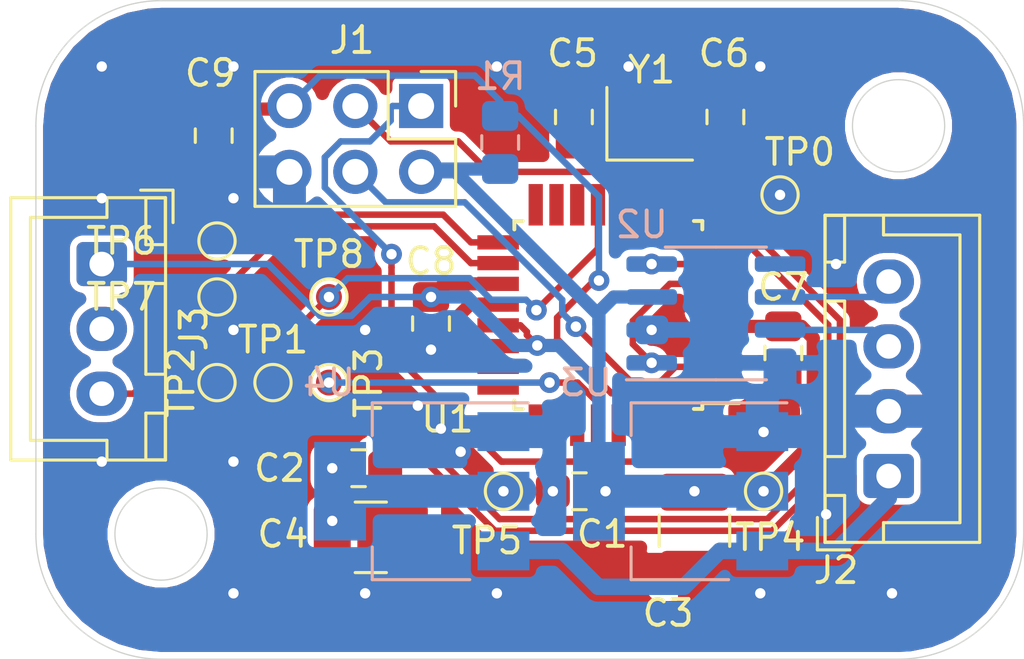
<source format=kicad_pcb>
(kicad_pcb (version 20171130) (host pcbnew "(5.1.5)-3")

  (general
    (thickness 1.6)
    (drawings 12)
    (tracks 212)
    (zones 0)
    (modules 27)
    (nets 36)
  )

  (page A4)
  (layers
    (0 F.Cu signal)
    (31 B.Cu signal)
    (32 B.Adhes user hide)
    (33 F.Adhes user hide)
    (34 B.Paste user hide)
    (35 F.Paste user hide)
    (36 B.SilkS user)
    (37 F.SilkS user hide)
    (38 B.Mask user hide)
    (39 F.Mask user hide)
    (40 Dwgs.User user hide)
    (41 Cmts.User user hide)
    (42 Eco1.User user hide)
    (43 Eco2.User user hide)
    (44 Edge.Cuts user)
    (45 Margin user hide)
    (46 B.CrtYd user hide)
    (47 F.CrtYd user hide)
    (48 B.Fab user hide)
    (49 F.Fab user hide)
  )

  (setup
    (last_trace_width 0.25)
    (user_trace_width 0.508)
    (user_trace_width 0.635)
    (user_trace_width 1.27)
    (trace_clearance 0.2)
    (zone_clearance 0.254)
    (zone_45_only no)
    (trace_min 0.2286)
    (via_size 0.8)
    (via_drill 0.4)
    (via_min_size 0.2286)
    (via_min_drill 0.3)
    (uvia_size 0.3)
    (uvia_drill 0.1)
    (uvias_allowed no)
    (uvia_min_size 0.2)
    (uvia_min_drill 0.1)
    (edge_width 0.05)
    (segment_width 0.2)
    (pcb_text_width 0.3)
    (pcb_text_size 1.5 1.5)
    (mod_edge_width 0.12)
    (mod_text_size 1 1)
    (mod_text_width 0.15)
    (pad_size 1.524 1.524)
    (pad_drill 0.762)
    (pad_to_mask_clearance 0.051)
    (solder_mask_min_width 0.25)
    (aux_axis_origin 0 0)
    (visible_elements 7FFFFFFF)
    (pcbplotparams
      (layerselection 0x010fc_ffffffff)
      (usegerberextensions false)
      (usegerberattributes false)
      (usegerberadvancedattributes false)
      (creategerberjobfile false)
      (excludeedgelayer true)
      (linewidth 0.100000)
      (plotframeref false)
      (viasonmask false)
      (mode 1)
      (useauxorigin false)
      (hpglpennumber 1)
      (hpglpenspeed 20)
      (hpglpendiameter 15.000000)
      (psnegative false)
      (psa4output false)
      (plotreference true)
      (plotvalue true)
      (plotinvisibletext false)
      (padsonsilk false)
      (subtractmaskfromsilk false)
      (outputformat 1)
      (mirror false)
      (drillshape 1)
      (scaleselection 1)
      (outputdirectory ""))
  )

  (net 0 "")
  (net 1 "Net-(U1-Pad32)")
  (net 2 "Net-(U1-Pad30)")
  (net 3 "Net-(U1-Pad29)")
  (net 4 "Net-(U1-Pad27)")
  (net 5 "Net-(U1-Pad26)")
  (net 6 "Net-(U1-Pad25)")
  (net 7 "Net-(U1-Pad24)")
  (net 8 "Net-(U1-Pad23)")
  (net 9 "Net-(U1-Pad22)")
  (net 10 Earth)
  (net 11 +5V)
  (net 12 "Net-(U1-Pad16)")
  (net 13 "Net-(U1-Pad15)")
  (net 14 "Net-(U1-Pad14)")
  (net 15 "Net-(U1-Pad3)")
  (net 16 CANH)
  (net 17 CANL)
  (net 18 "Net-(U2-Pad5)")
  (net 19 UIN)
  (net 20 +3V3)
  (net 21 /XTAL2)
  (net 22 /XTAL1)
  (net 23 /RESET)
  (net 24 /MOSI_A)
  (net 25 /SCK_A)
  (net 26 /MISO_A)
  (net 27 /CANRX)
  (net 28 /CANTX)
  (net 29 /SCK)
  (net 30 /AMP1+)
  (net 31 /AMP1-)
  (net 32 /MOSI)
  (net 33 /MISO)
  (net 34 OUTPUT+)
  (net 35 GND)

  (net_class Default "This is the default net class."
    (clearance 0.2)
    (trace_width 0.25)
    (via_dia 0.8)
    (via_drill 0.4)
    (uvia_dia 0.3)
    (uvia_drill 0.1)
    (add_net +3V3)
    (add_net +5V)
    (add_net /AMP1+)
    (add_net /AMP1-)
    (add_net /CANRX)
    (add_net /CANTX)
    (add_net /MISO)
    (add_net /MISO_A)
    (add_net /MOSI)
    (add_net /MOSI_A)
    (add_net /RESET)
    (add_net /SCK)
    (add_net /SCK_A)
    (add_net /XTAL1)
    (add_net /XTAL2)
    (add_net CANH)
    (add_net CANL)
    (add_net Earth)
    (add_net GND)
    (add_net "Net-(U1-Pad14)")
    (add_net "Net-(U1-Pad15)")
    (add_net "Net-(U1-Pad16)")
    (add_net "Net-(U1-Pad22)")
    (add_net "Net-(U1-Pad23)")
    (add_net "Net-(U1-Pad24)")
    (add_net "Net-(U1-Pad25)")
    (add_net "Net-(U1-Pad26)")
    (add_net "Net-(U1-Pad27)")
    (add_net "Net-(U1-Pad29)")
    (add_net "Net-(U1-Pad3)")
    (add_net "Net-(U1-Pad30)")
    (add_net "Net-(U1-Pad32)")
    (add_net "Net-(U2-Pad5)")
    (add_net OUTPUT+)
    (add_net UIN)
  )

  (module Connector_JST:JST_XH_B3B-XH-A_1x03_P2.50mm_Vertical (layer F.Cu) (tedit 5C28146C) (tstamp 5E2CF876)
    (at 15.24 22.86 270)
    (descr "JST XH series connector, B3B-XH-A (http://www.jst-mfg.com/product/pdf/eng/eXH.pdf), generated with kicad-footprint-generator")
    (tags "connector JST XH vertical")
    (path /5E2D103E)
    (fp_text reference J3 (at 2.5 -3.55 90) (layer F.SilkS)
      (effects (font (size 1 1) (thickness 0.15)))
    )
    (fp_text value Conn_01x03_Male (at 2.5 4.6 90) (layer F.Fab)
      (effects (font (size 1 1) (thickness 0.15)))
    )
    (fp_text user %R (at 2.5 2.7 90) (layer F.Fab)
      (effects (font (size 1 1) (thickness 0.15)))
    )
    (fp_line (start -2.85 -2.75) (end -2.85 -1.5) (layer F.SilkS) (width 0.12))
    (fp_line (start -1.6 -2.75) (end -2.85 -2.75) (layer F.SilkS) (width 0.12))
    (fp_line (start 6.8 2.75) (end 2.5 2.75) (layer F.SilkS) (width 0.12))
    (fp_line (start 6.8 -0.2) (end 6.8 2.75) (layer F.SilkS) (width 0.12))
    (fp_line (start 7.55 -0.2) (end 6.8 -0.2) (layer F.SilkS) (width 0.12))
    (fp_line (start -1.8 2.75) (end 2.5 2.75) (layer F.SilkS) (width 0.12))
    (fp_line (start -1.8 -0.2) (end -1.8 2.75) (layer F.SilkS) (width 0.12))
    (fp_line (start -2.55 -0.2) (end -1.8 -0.2) (layer F.SilkS) (width 0.12))
    (fp_line (start 7.55 -2.45) (end 5.75 -2.45) (layer F.SilkS) (width 0.12))
    (fp_line (start 7.55 -1.7) (end 7.55 -2.45) (layer F.SilkS) (width 0.12))
    (fp_line (start 5.75 -1.7) (end 7.55 -1.7) (layer F.SilkS) (width 0.12))
    (fp_line (start 5.75 -2.45) (end 5.75 -1.7) (layer F.SilkS) (width 0.12))
    (fp_line (start -0.75 -2.45) (end -2.55 -2.45) (layer F.SilkS) (width 0.12))
    (fp_line (start -0.75 -1.7) (end -0.75 -2.45) (layer F.SilkS) (width 0.12))
    (fp_line (start -2.55 -1.7) (end -0.75 -1.7) (layer F.SilkS) (width 0.12))
    (fp_line (start -2.55 -2.45) (end -2.55 -1.7) (layer F.SilkS) (width 0.12))
    (fp_line (start 4.25 -2.45) (end 0.75 -2.45) (layer F.SilkS) (width 0.12))
    (fp_line (start 4.25 -1.7) (end 4.25 -2.45) (layer F.SilkS) (width 0.12))
    (fp_line (start 0.75 -1.7) (end 4.25 -1.7) (layer F.SilkS) (width 0.12))
    (fp_line (start 0.75 -2.45) (end 0.75 -1.7) (layer F.SilkS) (width 0.12))
    (fp_line (start 0 -1.35) (end 0.625 -2.35) (layer F.Fab) (width 0.1))
    (fp_line (start -0.625 -2.35) (end 0 -1.35) (layer F.Fab) (width 0.1))
    (fp_line (start 7.95 -2.85) (end -2.95 -2.85) (layer F.CrtYd) (width 0.05))
    (fp_line (start 7.95 3.9) (end 7.95 -2.85) (layer F.CrtYd) (width 0.05))
    (fp_line (start -2.95 3.9) (end 7.95 3.9) (layer F.CrtYd) (width 0.05))
    (fp_line (start -2.95 -2.85) (end -2.95 3.9) (layer F.CrtYd) (width 0.05))
    (fp_line (start 7.56 -2.46) (end -2.56 -2.46) (layer F.SilkS) (width 0.12))
    (fp_line (start 7.56 3.51) (end 7.56 -2.46) (layer F.SilkS) (width 0.12))
    (fp_line (start -2.56 3.51) (end 7.56 3.51) (layer F.SilkS) (width 0.12))
    (fp_line (start -2.56 -2.46) (end -2.56 3.51) (layer F.SilkS) (width 0.12))
    (fp_line (start 7.45 -2.35) (end -2.45 -2.35) (layer F.Fab) (width 0.1))
    (fp_line (start 7.45 3.4) (end 7.45 -2.35) (layer F.Fab) (width 0.1))
    (fp_line (start -2.45 3.4) (end 7.45 3.4) (layer F.Fab) (width 0.1))
    (fp_line (start -2.45 -2.35) (end -2.45 3.4) (layer F.Fab) (width 0.1))
    (pad 3 thru_hole oval (at 5 0 270) (size 1.7 1.95) (drill 0.95) (layers *.Cu *.Mask)
      (net 34 OUTPUT+))
    (pad 2 thru_hole oval (at 2.5 0 270) (size 1.7 1.95) (drill 0.95) (layers *.Cu *.Mask)
      (net 35 GND))
    (pad 1 thru_hole roundrect (at 0 0 270) (size 1.7 1.95) (drill 0.95) (layers *.Cu *.Mask) (roundrect_rratio 0.147059)
      (net 11 +5V))
    (model ${KISYS3DMOD}/Connector_JST.3dshapes/JST_XH_B3B-XH-A_1x03_P2.50mm_Vertical.wrl
      (at (xyz 0 0 0))
      (scale (xyz 1 1 1))
      (rotate (xyz 0 0 0))
    )
  )

  (module Connector_JST:JST_XH_B4B-XH-A_1x04_P2.50mm_Vertical (layer F.Cu) (tedit 5C28146C) (tstamp 5E2BCA00)
    (at 45.593 31.035 90)
    (descr "JST XH series connector, B4B-XH-A (http://www.jst-mfg.com/product/pdf/eng/eXH.pdf), generated with kicad-footprint-generator")
    (tags "connector JST XH vertical")
    (path /5E2C44CB)
    (fp_text reference J2 (at -3.636 -2.032 180) (layer F.SilkS)
      (effects (font (size 1 1) (thickness 0.15)))
    )
    (fp_text value Conn_01x04_Male (at 3.75 8.8 90) (layer F.Fab)
      (effects (font (size 1 1) (thickness 0.15)))
    )
    (fp_text user %R (at 3.75 1.85 90) (layer F.Fab)
      (effects (font (size 1 1) (thickness 0.15)))
    )
    (fp_line (start -2.85 -2.75) (end -2.85 -1.5) (layer F.SilkS) (width 0.12))
    (fp_line (start -1.6 -2.75) (end -2.85 -2.75) (layer F.SilkS) (width 0.12))
    (fp_line (start 9.3 2.75) (end 3.75 2.75) (layer F.SilkS) (width 0.12))
    (fp_line (start 9.3 -0.2) (end 9.3 2.75) (layer F.SilkS) (width 0.12))
    (fp_line (start 10.05 -0.2) (end 9.3 -0.2) (layer F.SilkS) (width 0.12))
    (fp_line (start -1.8 2.75) (end 3.75 2.75) (layer F.SilkS) (width 0.12))
    (fp_line (start -1.8 -0.2) (end -1.8 2.75) (layer F.SilkS) (width 0.12))
    (fp_line (start -2.55 -0.2) (end -1.8 -0.2) (layer F.SilkS) (width 0.12))
    (fp_line (start 10.05 -2.45) (end 8.25 -2.45) (layer F.SilkS) (width 0.12))
    (fp_line (start 10.05 -1.7) (end 10.05 -2.45) (layer F.SilkS) (width 0.12))
    (fp_line (start 8.25 -1.7) (end 10.05 -1.7) (layer F.SilkS) (width 0.12))
    (fp_line (start 8.25 -2.45) (end 8.25 -1.7) (layer F.SilkS) (width 0.12))
    (fp_line (start -0.75 -2.45) (end -2.55 -2.45) (layer F.SilkS) (width 0.12))
    (fp_line (start -0.75 -1.7) (end -0.75 -2.45) (layer F.SilkS) (width 0.12))
    (fp_line (start -2.55 -1.7) (end -0.75 -1.7) (layer F.SilkS) (width 0.12))
    (fp_line (start -2.55 -2.45) (end -2.55 -1.7) (layer F.SilkS) (width 0.12))
    (fp_line (start 6.75 -2.45) (end 0.75 -2.45) (layer F.SilkS) (width 0.12))
    (fp_line (start 6.75 -1.7) (end 6.75 -2.45) (layer F.SilkS) (width 0.12))
    (fp_line (start 0.75 -1.7) (end 6.75 -1.7) (layer F.SilkS) (width 0.12))
    (fp_line (start 0.75 -2.45) (end 0.75 -1.7) (layer F.SilkS) (width 0.12))
    (fp_line (start 0 -1.35) (end 0.625 -2.35) (layer F.Fab) (width 0.1))
    (fp_line (start -0.625 -2.35) (end 0 -1.35) (layer F.Fab) (width 0.1))
    (fp_line (start 10.45 -2.85) (end -2.95 -2.85) (layer F.CrtYd) (width 0.05))
    (fp_line (start 10.45 3.9) (end 10.45 -2.85) (layer F.CrtYd) (width 0.05))
    (fp_line (start -2.95 3.9) (end 10.45 3.9) (layer F.CrtYd) (width 0.05))
    (fp_line (start -2.95 -2.85) (end -2.95 3.9) (layer F.CrtYd) (width 0.05))
    (fp_line (start 10.06 -2.46) (end -2.56 -2.46) (layer F.SilkS) (width 0.12))
    (fp_line (start 10.06 3.51) (end 10.06 -2.46) (layer F.SilkS) (width 0.12))
    (fp_line (start -2.56 3.51) (end 10.06 3.51) (layer F.SilkS) (width 0.12))
    (fp_line (start -2.56 -2.46) (end -2.56 3.51) (layer F.SilkS) (width 0.12))
    (fp_line (start 9.95 -2.35) (end -2.45 -2.35) (layer F.Fab) (width 0.1))
    (fp_line (start 9.95 3.4) (end 9.95 -2.35) (layer F.Fab) (width 0.1))
    (fp_line (start -2.45 3.4) (end 9.95 3.4) (layer F.Fab) (width 0.1))
    (fp_line (start -2.45 -2.35) (end -2.45 3.4) (layer F.Fab) (width 0.1))
    (pad 4 thru_hole oval (at 7.5 0 90) (size 1.7 1.95) (drill 0.95) (layers *.Cu *.Mask)
      (net 17 CANL))
    (pad 3 thru_hole oval (at 5 0 90) (size 1.7 1.95) (drill 0.95) (layers *.Cu *.Mask)
      (net 16 CANH))
    (pad 2 thru_hole oval (at 2.5 0 90) (size 1.7 1.95) (drill 0.95) (layers *.Cu *.Mask)
      (net 10 Earth))
    (pad 1 thru_hole roundrect (at 0 0 90) (size 1.7 1.95) (drill 0.95) (layers *.Cu *.Mask) (roundrect_rratio 0.147059)
      (net 19 UIN))
    (model ${KISYS3DMOD}/Connector_JST.3dshapes/JST_XH_B4B-XH-A_1x04_P2.50mm_Vertical.wrl
      (at (xyz 0 0 0))
      (scale (xyz 1 1 1))
      (rotate (xyz 0 0 0))
    )
  )

  (module Package_TO_SOT_SMD:SOT-223-3_TabPin2 (layer B.Cu) (tedit 5A02FF57) (tstamp 5E2BC966)
    (at 37.567 31.623 180)
    (descr "module CMS SOT223 4 pins")
    (tags "CMS SOT")
    (path /5E2873C8)
    (attr smd)
    (fp_text reference U3 (at 3.658 4.191) (layer B.SilkS)
      (effects (font (size 1 1) (thickness 0.15)) (justify mirror))
    )
    (fp_text value NCP1117-5V (at 0 -4.5) (layer B.Fab)
      (effects (font (size 1 1) (thickness 0.15)) (justify mirror))
    )
    (fp_line (start 1.85 3.35) (end 1.85 -3.35) (layer B.Fab) (width 0.1))
    (fp_line (start -1.85 -3.35) (end 1.85 -3.35) (layer B.Fab) (width 0.1))
    (fp_line (start -4.1 3.41) (end 1.91 3.41) (layer B.SilkS) (width 0.12))
    (fp_line (start -0.85 3.35) (end 1.85 3.35) (layer B.Fab) (width 0.1))
    (fp_line (start -1.85 -3.41) (end 1.91 -3.41) (layer B.SilkS) (width 0.12))
    (fp_line (start -1.85 2.35) (end -1.85 -3.35) (layer B.Fab) (width 0.1))
    (fp_line (start -1.85 2.35) (end -0.85 3.35) (layer B.Fab) (width 0.1))
    (fp_line (start -4.4 3.6) (end -4.4 -3.6) (layer B.CrtYd) (width 0.05))
    (fp_line (start -4.4 -3.6) (end 4.4 -3.6) (layer B.CrtYd) (width 0.05))
    (fp_line (start 4.4 -3.6) (end 4.4 3.6) (layer B.CrtYd) (width 0.05))
    (fp_line (start 4.4 3.6) (end -4.4 3.6) (layer B.CrtYd) (width 0.05))
    (fp_line (start 1.91 3.41) (end 1.91 2.15) (layer B.SilkS) (width 0.12))
    (fp_line (start 1.91 -3.41) (end 1.91 -2.15) (layer B.SilkS) (width 0.12))
    (fp_text user %R (at 0 0 270) (layer B.Fab)
      (effects (font (size 0.8 0.8) (thickness 0.12)) (justify mirror))
    )
    (pad 1 smd rect (at -3.15 2.3 180) (size 2 1.5) (layers B.Cu B.Paste B.Mask)
      (net 10 Earth))
    (pad 3 smd rect (at -3.15 -2.3 180) (size 2 1.5) (layers B.Cu B.Paste B.Mask)
      (net 19 UIN))
    (pad 2 smd rect (at -3.15 0 180) (size 2 1.5) (layers B.Cu B.Paste B.Mask)
      (net 11 +5V))
    (pad 2 smd rect (at 3.15 0 180) (size 2 3.8) (layers B.Cu B.Paste B.Mask)
      (net 11 +5V))
    (model ${KISYS3DMOD}/Package_TO_SOT_SMD.3dshapes/SOT-223.wrl
      (at (xyz 0 0 0))
      (scale (xyz 1 1 1))
      (rotate (xyz 0 0 0))
    )
  )

  (module Package_QFP:TQFP-32_7x7mm_P0.8mm (layer F.Cu) (tedit 5A02F146) (tstamp 5E2BC8E5)
    (at 34.779 24.824 180)
    (descr "32-Lead Plastic Thin Quad Flatpack (PT) - 7x7x1.0 mm Body, 2.00 mm [TQFP] (see Microchip Packaging Specification 00000049BS.pdf)")
    (tags "QFP 0.8")
    (path /5E1F74CB)
    (attr smd)
    (fp_text reference U1 (at 6.204 -4.005) (layer F.SilkS)
      (effects (font (size 1 1) (thickness 0.15)))
    )
    (fp_text value ATmega16M1-AU (at 0 6.05) (layer F.Fab)
      (effects (font (size 1 1) (thickness 0.15)))
    )
    (fp_line (start -3.625 -3.4) (end -5.05 -3.4) (layer F.SilkS) (width 0.15))
    (fp_line (start 3.625 -3.625) (end 3.3 -3.625) (layer F.SilkS) (width 0.15))
    (fp_line (start 3.625 3.625) (end 3.3 3.625) (layer F.SilkS) (width 0.15))
    (fp_line (start -3.625 3.625) (end -3.3 3.625) (layer F.SilkS) (width 0.15))
    (fp_line (start -3.625 -3.625) (end -3.3 -3.625) (layer F.SilkS) (width 0.15))
    (fp_line (start -3.625 3.625) (end -3.625 3.3) (layer F.SilkS) (width 0.15))
    (fp_line (start 3.625 3.625) (end 3.625 3.3) (layer F.SilkS) (width 0.15))
    (fp_line (start 3.625 -3.625) (end 3.625 -3.3) (layer F.SilkS) (width 0.15))
    (fp_line (start -3.625 -3.625) (end -3.625 -3.4) (layer F.SilkS) (width 0.15))
    (fp_line (start -5.3 5.3) (end 5.3 5.3) (layer F.CrtYd) (width 0.05))
    (fp_line (start -5.3 -5.3) (end 5.3 -5.3) (layer F.CrtYd) (width 0.05))
    (fp_line (start 5.3 -5.3) (end 5.3 5.3) (layer F.CrtYd) (width 0.05))
    (fp_line (start -5.3 -5.3) (end -5.3 5.3) (layer F.CrtYd) (width 0.05))
    (fp_line (start -3.5 -2.5) (end -2.5 -3.5) (layer F.Fab) (width 0.15))
    (fp_line (start -3.5 3.5) (end -3.5 -2.5) (layer F.Fab) (width 0.15))
    (fp_line (start 3.5 3.5) (end -3.5 3.5) (layer F.Fab) (width 0.15))
    (fp_line (start 3.5 -3.5) (end 3.5 3.5) (layer F.Fab) (width 0.15))
    (fp_line (start -2.5 -3.5) (end 3.5 -3.5) (layer F.Fab) (width 0.15))
    (fp_text user %R (at 0 0) (layer F.Fab)
      (effects (font (size 1 1) (thickness 0.15)))
    )
    (pad 32 smd rect (at -2.8 -4.25 270) (size 1.6 0.55) (layers F.Cu F.Paste F.Mask)
      (net 1 "Net-(U1-Pad32)"))
    (pad 31 smd rect (at -2 -4.25 270) (size 1.6 0.55) (layers F.Cu F.Paste F.Mask)
      (net 23 /RESET))
    (pad 30 smd rect (at -1.2 -4.25 270) (size 1.6 0.55) (layers F.Cu F.Paste F.Mask)
      (net 2 "Net-(U1-Pad30)"))
    (pad 29 smd rect (at -0.4 -4.25 270) (size 1.6 0.55) (layers F.Cu F.Paste F.Mask)
      (net 3 "Net-(U1-Pad29)"))
    (pad 28 smd rect (at 0.4 -4.25 270) (size 1.6 0.55) (layers F.Cu F.Paste F.Mask)
      (net 29 /SCK))
    (pad 27 smd rect (at 1.2 -4.25 270) (size 1.6 0.55) (layers F.Cu F.Paste F.Mask)
      (net 4 "Net-(U1-Pad27)"))
    (pad 26 smd rect (at 2 -4.25 270) (size 1.6 0.55) (layers F.Cu F.Paste F.Mask)
      (net 5 "Net-(U1-Pad26)"))
    (pad 25 smd rect (at 2.8 -4.25 270) (size 1.6 0.55) (layers F.Cu F.Paste F.Mask)
      (net 6 "Net-(U1-Pad25)"))
    (pad 24 smd rect (at 4.25 -2.8 180) (size 1.6 0.55) (layers F.Cu F.Paste F.Mask)
      (net 7 "Net-(U1-Pad24)"))
    (pad 23 smd rect (at 4.25 -2 180) (size 1.6 0.55) (layers F.Cu F.Paste F.Mask)
      (net 8 "Net-(U1-Pad23)"))
    (pad 22 smd rect (at 4.25 -1.2 180) (size 1.6 0.55) (layers F.Cu F.Paste F.Mask)
      (net 9 "Net-(U1-Pad22)"))
    (pad 21 smd rect (at 4.25 -0.4 180) (size 1.6 0.55) (layers F.Cu F.Paste F.Mask)
      (net 11 +5V))
    (pad 20 smd rect (at 4.25 0.4 180) (size 1.6 0.55) (layers F.Cu F.Paste F.Mask)
      (net 10 Earth))
    (pad 19 smd rect (at 4.25 1.2 180) (size 1.6 0.55) (layers F.Cu F.Paste F.Mask)
      (net 11 +5V))
    (pad 18 smd rect (at 4.25 2 180) (size 1.6 0.55) (layers F.Cu F.Paste F.Mask)
      (net 30 /AMP1+))
    (pad 17 smd rect (at 4.25 2.8 180) (size 1.6 0.55) (layers F.Cu F.Paste F.Mask)
      (net 31 /AMP1-))
    (pad 16 smd rect (at 2.8 4.25 270) (size 1.6 0.55) (layers F.Cu F.Paste F.Mask)
      (net 12 "Net-(U1-Pad16)"))
    (pad 15 smd rect (at 2 4.25 270) (size 1.6 0.55) (layers F.Cu F.Paste F.Mask)
      (net 13 "Net-(U1-Pad15)"))
    (pad 14 smd rect (at 1.2 4.25 270) (size 1.6 0.55) (layers F.Cu F.Paste F.Mask)
      (net 14 "Net-(U1-Pad14)"))
    (pad 13 smd rect (at 0.4 4.25 270) (size 1.6 0.55) (layers F.Cu F.Paste F.Mask)
      (net 34 OUTPUT+))
    (pad 12 smd rect (at -0.4 4.25 270) (size 1.6 0.55) (layers F.Cu F.Paste F.Mask)
      (net 25 /SCK_A))
    (pad 11 smd rect (at -1.2 4.25 270) (size 1.6 0.55) (layers F.Cu F.Paste F.Mask)
      (net 21 /XTAL2))
    (pad 10 smd rect (at -2 4.25 270) (size 1.6 0.55) (layers F.Cu F.Paste F.Mask)
      (net 22 /XTAL1))
    (pad 9 smd rect (at -2.8 4.25 270) (size 1.6 0.55) (layers F.Cu F.Paste F.Mask)
      (net 32 /MOSI))
    (pad 8 smd rect (at -4.25 2.8 180) (size 1.6 0.55) (layers F.Cu F.Paste F.Mask)
      (net 33 /MISO))
    (pad 7 smd rect (at -4.25 2 180) (size 1.6 0.55) (layers F.Cu F.Paste F.Mask)
      (net 27 /CANRX))
    (pad 6 smd rect (at -4.25 1.2 180) (size 1.6 0.55) (layers F.Cu F.Paste F.Mask)
      (net 28 /CANTX))
    (pad 5 smd rect (at -4.25 0.4 180) (size 1.6 0.55) (layers F.Cu F.Paste F.Mask)
      (net 10 Earth))
    (pad 4 smd rect (at -4.25 -0.4 180) (size 1.6 0.55) (layers F.Cu F.Paste F.Mask)
      (net 11 +5V))
    (pad 3 smd rect (at -4.25 -1.2 180) (size 1.6 0.55) (layers F.Cu F.Paste F.Mask)
      (net 15 "Net-(U1-Pad3)"))
    (pad 2 smd rect (at -4.25 -2 180) (size 1.6 0.55) (layers F.Cu F.Paste F.Mask)
      (net 24 /MOSI_A))
    (pad 1 smd rect (at -4.25 -2.8 180) (size 1.6 0.55) (layers F.Cu F.Paste F.Mask)
      (net 26 /MISO_A))
    (model ${KISYS3DMOD}/Package_QFP.3dshapes/TQFP-32_7x7mm_P0.8mm.wrl
      (at (xyz 0 0 0))
      (scale (xyz 1 1 1))
      (rotate (xyz 0 0 0))
    )
  )

  (module TestPoint:TestPoint_Pad_D1.0mm (layer F.Cu) (tedit 5A0F774F) (tstamp 5E2BCAAE)
    (at 24.003 24.13)
    (descr "SMD pad as test Point, diameter 1.0mm")
    (tags "test point SMD pad")
    (path /5E2B9E39)
    (attr virtual)
    (fp_text reference TP8 (at 0 -1.651) (layer F.SilkS)
      (effects (font (size 1 1) (thickness 0.15)))
    )
    (fp_text value TestPoint (at 0 1.55) (layer F.Fab)
      (effects (font (size 1 1) (thickness 0.15)))
    )
    (fp_circle (center 0 0) (end 0 0.7) (layer F.SilkS) (width 0.12))
    (fp_circle (center 0 0) (end 1 0) (layer F.CrtYd) (width 0.05))
    (fp_text user %R (at 0 -1.45) (layer F.Fab)
      (effects (font (size 1 1) (thickness 0.15)))
    )
    (pad 1 smd circle (at 0 0) (size 1 1) (layers F.Cu F.Mask)
      (net 34 OUTPUT+))
  )

  (module Package_SO:SOIC-8_3.9x4.9mm_P1.27mm (layer B.Cu) (tedit 5D9F72B1) (tstamp 5E2BCA75)
    (at 38.927 24.765)
    (descr "SOIC, 8 Pin (JEDEC MS-012AA, https://www.analog.com/media/en/package-pcb-resources/package/pkg_pdf/soic_narrow-r/r_8.pdf), generated with kicad-footprint-generator ipc_gullwing_generator.py")
    (tags "SOIC SO")
    (path /5E22B0D8)
    (attr smd)
    (fp_text reference U2 (at -2.859 -3.429) (layer B.SilkS)
      (effects (font (size 1 1) (thickness 0.15)) (justify mirror))
    )
    (fp_text value TJA1051T (at 0 -3.4) (layer B.Fab)
      (effects (font (size 1 1) (thickness 0.15)) (justify mirror))
    )
    (fp_text user %R (at 0 0) (layer B.Fab)
      (effects (font (size 0.98 0.98) (thickness 0.15)) (justify mirror))
    )
    (fp_line (start 3.7 2.7) (end -3.7 2.7) (layer B.CrtYd) (width 0.05))
    (fp_line (start 3.7 -2.7) (end 3.7 2.7) (layer B.CrtYd) (width 0.05))
    (fp_line (start -3.7 -2.7) (end 3.7 -2.7) (layer B.CrtYd) (width 0.05))
    (fp_line (start -3.7 2.7) (end -3.7 -2.7) (layer B.CrtYd) (width 0.05))
    (fp_line (start -1.95 1.475) (end -0.975 2.45) (layer B.Fab) (width 0.1))
    (fp_line (start -1.95 -2.45) (end -1.95 1.475) (layer B.Fab) (width 0.1))
    (fp_line (start 1.95 -2.45) (end -1.95 -2.45) (layer B.Fab) (width 0.1))
    (fp_line (start 1.95 2.45) (end 1.95 -2.45) (layer B.Fab) (width 0.1))
    (fp_line (start -0.975 2.45) (end 1.95 2.45) (layer B.Fab) (width 0.1))
    (fp_line (start 0 2.56) (end -3.45 2.56) (layer B.SilkS) (width 0.12))
    (fp_line (start 0 2.56) (end 1.95 2.56) (layer B.SilkS) (width 0.12))
    (fp_line (start 0 -2.56) (end -1.95 -2.56) (layer B.SilkS) (width 0.12))
    (fp_line (start 0 -2.56) (end 1.95 -2.56) (layer B.SilkS) (width 0.12))
    (pad 8 smd roundrect (at 2.475 1.905) (size 1.95 0.6) (layers B.Cu B.Paste B.Mask) (roundrect_rratio 0.25)
      (net 10 Earth))
    (pad 7 smd roundrect (at 2.475 0.635) (size 1.95 0.6) (layers B.Cu B.Paste B.Mask) (roundrect_rratio 0.25)
      (net 16 CANH))
    (pad 6 smd roundrect (at 2.475 -0.635) (size 1.95 0.6) (layers B.Cu B.Paste B.Mask) (roundrect_rratio 0.25)
      (net 17 CANL))
    (pad 5 smd roundrect (at 2.475 -1.905) (size 1.95 0.6) (layers B.Cu B.Paste B.Mask) (roundrect_rratio 0.25)
      (net 18 "Net-(U2-Pad5)"))
    (pad 4 smd roundrect (at -2.475 -1.905) (size 1.95 0.6) (layers B.Cu B.Paste B.Mask) (roundrect_rratio 0.25)
      (net 27 /CANRX))
    (pad 3 smd roundrect (at -2.475 -0.635) (size 1.95 0.6) (layers B.Cu B.Paste B.Mask) (roundrect_rratio 0.25)
      (net 11 +5V))
    (pad 2 smd roundrect (at -2.475 0.635) (size 1.95 0.6) (layers B.Cu B.Paste B.Mask) (roundrect_rratio 0.25)
      (net 10 Earth))
    (pad 1 smd roundrect (at -2.475 1.905) (size 1.95 0.6) (layers B.Cu B.Paste B.Mask) (roundrect_rratio 0.25)
      (net 28 /CANTX))
    (model ${KISYS3DMOD}/Package_SO.3dshapes/SOIC-8_3.9x4.9mm_P1.27mm.wrl
      (at (xyz 0 0 0))
      (scale (xyz 1 1 1))
      (rotate (xyz 0 0 0))
    )
  )

  (module Crystal:Crystal_SMD_2520-4Pin_2.5x2.0mm (layer F.Cu) (tedit 5A0FD1B2) (tstamp 5E2BC9A7)
    (at 36.3728 17.4498)
    (descr "SMD Crystal SERIES SMD2520/4 http://www.newxtal.com/UploadFiles/Images/2012-11-12-09-29-09-776.pdf, 2.5x2.0mm^2 package")
    (tags "SMD SMT crystal")
    (path /5E2084F5)
    (attr smd)
    (fp_text reference Y1 (at 0.0762 -2.0828) (layer F.SilkS)
      (effects (font (size 1 1) (thickness 0.15)))
    )
    (fp_text value Crystal (at 2.44 3.525) (layer F.Fab)
      (effects (font (size 1 1) (thickness 0.15)))
    )
    (fp_line (start 1.7 -1.5) (end -1.7 -1.5) (layer F.CrtYd) (width 0.05))
    (fp_line (start 1.7 1.5) (end 1.7 -1.5) (layer F.CrtYd) (width 0.05))
    (fp_line (start -1.7 1.5) (end 1.7 1.5) (layer F.CrtYd) (width 0.05))
    (fp_line (start -1.7 -1.5) (end -1.7 1.5) (layer F.CrtYd) (width 0.05))
    (fp_line (start -1.65 1.4) (end 1.65 1.4) (layer F.SilkS) (width 0.12))
    (fp_line (start -1.65 -1.4) (end -1.65 1.4) (layer F.SilkS) (width 0.12))
    (fp_line (start -1.25 0) (end -0.25 1) (layer F.Fab) (width 0.1))
    (fp_line (start -1.25 -0.9) (end -1.15 -1) (layer F.Fab) (width 0.1))
    (fp_line (start -1.25 0.9) (end -1.25 -0.9) (layer F.Fab) (width 0.1))
    (fp_line (start -1.15 1) (end -1.25 0.9) (layer F.Fab) (width 0.1))
    (fp_line (start 1.15 1) (end -1.15 1) (layer F.Fab) (width 0.1))
    (fp_line (start 1.25 0.9) (end 1.15 1) (layer F.Fab) (width 0.1))
    (fp_line (start 1.25 -0.9) (end 1.25 0.9) (layer F.Fab) (width 0.1))
    (fp_line (start 1.15 -1) (end 1.25 -0.9) (layer F.Fab) (width 0.1))
    (fp_line (start -1.15 -1) (end 1.15 -1) (layer F.Fab) (width 0.1))
    (fp_text user %R (at 2.44 0) (layer F.Fab)
      (effects (font (size 1 1) (thickness 0.15)))
    )
    (pad 4 smd rect (at -0.875 -0.7) (size 1.15 1) (layers F.Cu F.Paste F.Mask))
    (pad 3 smd rect (at 0.875 -0.7) (size 1.15 1) (layers F.Cu F.Paste F.Mask))
    (pad 2 smd rect (at 0.875 0.7) (size 1.15 1) (layers F.Cu F.Paste F.Mask)
      (net 22 /XTAL1))
    (pad 1 smd rect (at -0.875 0.7) (size 1.15 1) (layers F.Cu F.Paste F.Mask)
      (net 21 /XTAL2))
    (model ${KISYS3DMOD}/Crystal.3dshapes/Crystal_SMD_2520-4Pin_2.5x2.0mm.wrl
      (at (xyz 0 0 0))
      (scale (xyz 1 1 1))
      (rotate (xyz 0 0 0))
    )
  )

  (module Capacitor_SMD:C_1210_3225Metric_Pad1.42x2.65mm_HandSolder (layer F.Cu) (tedit 5B301BBE) (tstamp 5E2BC88F)
    (at 38.1 33.147 270)
    (descr "Capacitor SMD 1210 (3225 Metric), square (rectangular) end terminal, IPC_7351 nominal with elongated pad for handsoldering. (Body size source: http://www.tortai-tech.com/upload/download/2011102023233369053.pdf), generated with kicad-footprint-generator")
    (tags "capacitor handsolder")
    (path /5E30557A)
    (attr smd)
    (fp_text reference C3 (at 3.175 1.016) (layer F.SilkS)
      (effects (font (size 1 1) (thickness 0.15)))
    )
    (fp_text value 100u (at 0 5.2 270) (layer F.Fab)
      (effects (font (size 1 1) (thickness 0.15)))
    )
    (fp_text user %R (at 0 0 270) (layer F.Fab)
      (effects (font (size 1 1) (thickness 0.15)))
    )
    (fp_line (start 2.45 1.58) (end -2.45 1.58) (layer F.CrtYd) (width 0.05))
    (fp_line (start 2.45 -1.58) (end 2.45 1.58) (layer F.CrtYd) (width 0.05))
    (fp_line (start -2.45 -1.58) (end 2.45 -1.58) (layer F.CrtYd) (width 0.05))
    (fp_line (start -2.45 1.58) (end -2.45 -1.58) (layer F.CrtYd) (width 0.05))
    (fp_line (start -0.602064 1.36) (end 0.602064 1.36) (layer F.SilkS) (width 0.12))
    (fp_line (start -0.602064 -1.36) (end 0.602064 -1.36) (layer F.SilkS) (width 0.12))
    (fp_line (start 1.6 1.25) (end -1.6 1.25) (layer F.Fab) (width 0.1))
    (fp_line (start 1.6 -1.25) (end 1.6 1.25) (layer F.Fab) (width 0.1))
    (fp_line (start -1.6 -1.25) (end 1.6 -1.25) (layer F.Fab) (width 0.1))
    (fp_line (start -1.6 1.25) (end -1.6 -1.25) (layer F.Fab) (width 0.1))
    (pad 2 smd roundrect (at 1.4875 0 270) (size 1.425 2.65) (layers F.Cu F.Paste F.Mask) (roundrect_rratio 0.175439)
      (net 10 Earth))
    (pad 1 smd roundrect (at -1.4875 0 270) (size 1.425 2.65) (layers F.Cu F.Paste F.Mask) (roundrect_rratio 0.175439)
      (net 11 +5V))
    (model ${KISYS3DMOD}/Capacitor_SMD.3dshapes/C_1210_3225Metric.wrl
      (at (xyz 0 0 0))
      (scale (xyz 1 1 1))
      (rotate (xyz 0 0 0))
    )
  )

  (module Capacitor_SMD:C_1210_3225Metric_Pad1.42x2.65mm_HandSolder (layer F.Cu) (tedit 5B301BBE) (tstamp 5E2BC85F)
    (at 25.6175 33.401)
    (descr "Capacitor SMD 1210 (3225 Metric), square (rectangular) end terminal, IPC_7351 nominal with elongated pad for handsoldering. (Body size source: http://www.tortai-tech.com/upload/download/2011102023233369053.pdf), generated with kicad-footprint-generator")
    (tags "capacitor handsolder")
    (path /5E28D173)
    (attr smd)
    (fp_text reference C4 (at -3.3925 -0.127) (layer F.SilkS)
      (effects (font (size 1 1) (thickness 0.15)))
    )
    (fp_text value 100u (at 0 5.2) (layer F.Fab)
      (effects (font (size 1 1) (thickness 0.15)))
    )
    (fp_text user %R (at 0 0) (layer F.Fab)
      (effects (font (size 1 1) (thickness 0.15)))
    )
    (fp_line (start 2.45 1.58) (end -2.45 1.58) (layer F.CrtYd) (width 0.05))
    (fp_line (start 2.45 -1.58) (end 2.45 1.58) (layer F.CrtYd) (width 0.05))
    (fp_line (start -2.45 -1.58) (end 2.45 -1.58) (layer F.CrtYd) (width 0.05))
    (fp_line (start -2.45 1.58) (end -2.45 -1.58) (layer F.CrtYd) (width 0.05))
    (fp_line (start -0.602064 1.36) (end 0.602064 1.36) (layer F.SilkS) (width 0.12))
    (fp_line (start -0.602064 -1.36) (end 0.602064 -1.36) (layer F.SilkS) (width 0.12))
    (fp_line (start 1.6 1.25) (end -1.6 1.25) (layer F.Fab) (width 0.1))
    (fp_line (start 1.6 -1.25) (end 1.6 1.25) (layer F.Fab) (width 0.1))
    (fp_line (start -1.6 -1.25) (end 1.6 -1.25) (layer F.Fab) (width 0.1))
    (fp_line (start -1.6 1.25) (end -1.6 -1.25) (layer F.Fab) (width 0.1))
    (pad 2 smd roundrect (at 1.4875 0) (size 1.425 2.65) (layers F.Cu F.Paste F.Mask) (roundrect_rratio 0.175439)
      (net 10 Earth))
    (pad 1 smd roundrect (at -1.4875 0) (size 1.425 2.65) (layers F.Cu F.Paste F.Mask) (roundrect_rratio 0.175439)
      (net 20 +3V3))
    (model ${KISYS3DMOD}/Capacitor_SMD.3dshapes/C_1210_3225Metric.wrl
      (at (xyz 0 0 0))
      (scale (xyz 1 1 1))
      (rotate (xyz 0 0 0))
    )
  )

  (module TestPoint:TestPoint_Pad_D1.0mm (layer F.Cu) (tedit 5A0F774F) (tstamp 5E2BC841)
    (at 19.685 24.13 270)
    (descr "SMD pad as test Point, diameter 1.0mm")
    (tags "test point SMD pad")
    (path /5E2B528C)
    (attr virtual)
    (fp_text reference TP7 (at 0 3.683 180) (layer F.SilkS)
      (effects (font (size 1 1) (thickness 0.15)))
    )
    (fp_text value TestPoint (at 0 1.55 90) (layer F.Fab)
      (effects (font (size 1 1) (thickness 0.15)))
    )
    (fp_circle (center 0 0) (end 0 0.7) (layer F.SilkS) (width 0.12))
    (fp_circle (center 0 0) (end 1 0) (layer F.CrtYd) (width 0.05))
    (fp_text user %R (at 0 -1.45 90) (layer F.Fab)
      (effects (font (size 1 1) (thickness 0.15)))
    )
    (pad 1 smd circle (at 0 0 270) (size 1 1) (layers F.Cu F.Mask)
      (net 30 /AMP1+))
  )

  (module TestPoint:TestPoint_Pad_D1.0mm (layer F.Cu) (tedit 5A0F774F) (tstamp 5E2BC82C)
    (at 19.685 21.971 270)
    (descr "SMD pad as test Point, diameter 1.0mm")
    (tags "test point SMD pad")
    (path /5E2B7555)
    (attr virtual)
    (fp_text reference TP6 (at 0 3.683 180) (layer F.SilkS)
      (effects (font (size 1 1) (thickness 0.15)))
    )
    (fp_text value TestPoint (at 0 1.55 90) (layer F.Fab)
      (effects (font (size 1 1) (thickness 0.15)))
    )
    (fp_circle (center 0 0) (end 0 0.7) (layer F.SilkS) (width 0.12))
    (fp_circle (center 0 0) (end 1 0) (layer F.CrtYd) (width 0.05))
    (fp_text user %R (at 0 -1.45 90) (layer F.Fab)
      (effects (font (size 1 1) (thickness 0.15)))
    )
    (pad 1 smd circle (at 0 0 270) (size 1 1) (layers F.Cu F.Mask)
      (net 31 /AMP1-))
  )

  (module TestPoint:TestPoint_Pad_D1.0mm (layer F.Cu) (tedit 5A0F774F) (tstamp 5E2BC817)
    (at 30.734 31.623)
    (descr "SMD pad as test Point, diameter 1.0mm")
    (tags "test point SMD pad")
    (path /5E2B2B6B)
    (attr virtual)
    (fp_text reference TP5 (at -0.635 1.905) (layer F.SilkS)
      (effects (font (size 1 1) (thickness 0.15)))
    )
    (fp_text value TestPoint (at 0 1.55) (layer F.Fab)
      (effects (font (size 1 1) (thickness 0.15)))
    )
    (fp_circle (center 0 0) (end 0 0.7) (layer F.SilkS) (width 0.12))
    (fp_circle (center 0 0) (end 1 0) (layer F.CrtYd) (width 0.05))
    (fp_text user %R (at 0 -1.45) (layer F.Fab)
      (effects (font (size 1 1) (thickness 0.15)))
    )
    (pad 1 smd circle (at 0 0) (size 1 1) (layers F.Cu F.Mask)
      (net 20 +3V3))
  )

  (module TestPoint:TestPoint_Pad_D1.0mm (layer F.Cu) (tedit 5A0F774F) (tstamp 5E2BCF52)
    (at 40.767 31.623)
    (descr "SMD pad as test Point, diameter 1.0mm")
    (tags "test point SMD pad")
    (path /5E2B0888)
    (attr virtual)
    (fp_text reference TP4 (at 0.254 1.778) (layer F.SilkS)
      (effects (font (size 1 1) (thickness 0.15)))
    )
    (fp_text value TestPoint (at 0 1.55) (layer F.Fab)
      (effects (font (size 1 1) (thickness 0.15)))
    )
    (fp_circle (center 0 0) (end 0 0.7) (layer F.SilkS) (width 0.12))
    (fp_circle (center 0 0) (end 1 0) (layer F.CrtYd) (width 0.05))
    (fp_text user %R (at 0 -1.45) (layer F.Fab)
      (effects (font (size 1 1) (thickness 0.15)))
    )
    (pad 1 smd circle (at 0 0) (size 1 1) (layers F.Cu F.Mask)
      (net 11 +5V))
  )

  (module TestPoint:TestPoint_Pad_D1.0mm (layer F.Cu) (tedit 5A0F774F) (tstamp 5E2BC7ED)
    (at 24.003 27.432)
    (descr "SMD pad as test Point, diameter 1.0mm")
    (tags "test point SMD pad")
    (path /5E2A9D0C)
    (attr virtual)
    (fp_text reference TP3 (at 1.524 0 90) (layer F.SilkS)
      (effects (font (size 1 1) (thickness 0.15)))
    )
    (fp_text value TestPoint (at 0 1.55) (layer F.Fab)
      (effects (font (size 1 1) (thickness 0.15)))
    )
    (fp_circle (center 0 0) (end 0 0.7) (layer F.SilkS) (width 0.12))
    (fp_circle (center 0 0) (end 1 0) (layer F.CrtYd) (width 0.05))
    (fp_text user %R (at 0 -1.45) (layer F.Fab)
      (effects (font (size 1 1) (thickness 0.15)))
    )
    (pad 1 smd circle (at 0 0) (size 1 1) (layers F.Cu F.Mask)
      (net 29 /SCK))
  )

  (module TestPoint:TestPoint_Pad_D1.0mm (layer F.Cu) (tedit 5A0F774F) (tstamp 5E2BC7D8)
    (at 19.685 27.432)
    (descr "SMD pad as test Point, diameter 1.0mm")
    (tags "test point SMD pad")
    (path /5E2A1554)
    (attr virtual)
    (fp_text reference TP2 (at -1.397 0 270) (layer F.SilkS)
      (effects (font (size 1 1) (thickness 0.15)))
    )
    (fp_text value TestPoint (at 0 1.55) (layer F.Fab)
      (effects (font (size 1 1) (thickness 0.15)))
    )
    (fp_circle (center 0 0) (end 0 0.7) (layer F.SilkS) (width 0.12))
    (fp_circle (center 0 0) (end 1 0) (layer F.CrtYd) (width 0.05))
    (fp_text user %R (at 0 -1.45) (layer F.Fab)
      (effects (font (size 1 1) (thickness 0.15)))
    )
    (pad 1 smd circle (at 0 0) (size 1 1) (layers F.Cu F.Mask)
      (net 32 /MOSI))
  )

  (module TestPoint:TestPoint_Pad_D1.0mm (layer F.Cu) (tedit 5A0F774F) (tstamp 5E2BC7C3)
    (at 21.844 27.432)
    (descr "SMD pad as test Point, diameter 1.0mm")
    (tags "test point SMD pad")
    (path /5E2870AC)
    (attr virtual)
    (fp_text reference TP1 (at 0 -1.651 180) (layer F.SilkS)
      (effects (font (size 1 1) (thickness 0.15)))
    )
    (fp_text value TestPoint (at 0 1.55) (layer F.Fab)
      (effects (font (size 1 1) (thickness 0.15)))
    )
    (fp_circle (center 0 0) (end 0 0.7) (layer F.SilkS) (width 0.12))
    (fp_circle (center 0 0) (end 1 0) (layer F.CrtYd) (width 0.05))
    (fp_text user %R (at 0 -1.45) (layer F.Fab)
      (effects (font (size 1 1) (thickness 0.15)))
    )
    (pad 1 smd circle (at 0 0) (size 1 1) (layers F.Cu F.Mask)
      (net 33 /MISO))
  )

  (module TestPoint:TestPoint_Pad_D1.0mm (layer F.Cu) (tedit 5A0F774F) (tstamp 5E2BC7AE)
    (at 41.402 20.193)
    (descr "SMD pad as test Point, diameter 1.0mm")
    (tags "test point SMD pad")
    (path /5E2C6B9A)
    (attr virtual)
    (fp_text reference TP0 (at 0.762 -1.651) (layer F.SilkS)
      (effects (font (size 1 1) (thickness 0.15)))
    )
    (fp_text value TestPoint (at 0 1.55) (layer F.Fab)
      (effects (font (size 1 1) (thickness 0.15)))
    )
    (fp_circle (center 0 0) (end 0 0.7) (layer F.SilkS) (width 0.12))
    (fp_circle (center 0 0) (end 1 0) (layer F.CrtYd) (width 0.05))
    (fp_text user %R (at 0 -1.45) (layer F.Fab)
      (effects (font (size 1 1) (thickness 0.15)))
    )
    (pad 1 smd circle (at 0 0) (size 1 1) (layers F.Cu F.Mask)
      (net 10 Earth))
  )

  (module Resistor_SMD:R_0805_2012Metric_Pad1.15x1.40mm_HandSolder (layer B.Cu) (tedit 5B36C52B) (tstamp 5E2BD252)
    (at 30.607 18.17 90)
    (descr "Resistor SMD 0805 (2012 Metric), square (rectangular) end terminal, IPC_7351 nominal with elongated pad for handsoldering. (Body size source: https://docs.google.com/spreadsheets/d/1BsfQQcO9C6DZCsRaXUlFlo91Tg2WpOkGARC1WS5S8t0/edit?usp=sharing), generated with kicad-footprint-generator")
    (tags "resistor handsolder")
    (path /5E206CE8)
    (attr smd)
    (fp_text reference R1 (at 2.549 0 180) (layer B.SilkS)
      (effects (font (size 1 1) (thickness 0.15)) (justify mirror))
    )
    (fp_text value 10k (at 0 -1.65 90) (layer B.Fab)
      (effects (font (size 1 1) (thickness 0.15)) (justify mirror))
    )
    (fp_text user %R (at 0 0) (layer B.Fab)
      (effects (font (size 0.5 0.5) (thickness 0.08)) (justify mirror))
    )
    (fp_line (start 1.85 -0.95) (end -1.85 -0.95) (layer B.CrtYd) (width 0.05))
    (fp_line (start 1.85 0.95) (end 1.85 -0.95) (layer B.CrtYd) (width 0.05))
    (fp_line (start -1.85 0.95) (end 1.85 0.95) (layer B.CrtYd) (width 0.05))
    (fp_line (start -1.85 -0.95) (end -1.85 0.95) (layer B.CrtYd) (width 0.05))
    (fp_line (start -0.261252 -0.71) (end 0.261252 -0.71) (layer B.SilkS) (width 0.12))
    (fp_line (start -0.261252 0.71) (end 0.261252 0.71) (layer B.SilkS) (width 0.12))
    (fp_line (start 1 -0.6) (end -1 -0.6) (layer B.Fab) (width 0.1))
    (fp_line (start 1 0.6) (end 1 -0.6) (layer B.Fab) (width 0.1))
    (fp_line (start -1 0.6) (end 1 0.6) (layer B.Fab) (width 0.1))
    (fp_line (start -1 -0.6) (end -1 0.6) (layer B.Fab) (width 0.1))
    (pad 2 smd roundrect (at 1.025 0 90) (size 1.15 1.4) (layers B.Cu B.Paste B.Mask) (roundrect_rratio 0.217391)
      (net 23 /RESET))
    (pad 1 smd roundrect (at -1.025 0 90) (size 1.15 1.4) (layers B.Cu B.Paste B.Mask) (roundrect_rratio 0.217391)
      (net 11 +5V))
    (model ${KISYS3DMOD}/Resistor_SMD.3dshapes/R_0805_2012Metric.wrl
      (at (xyz 0 0 0))
      (scale (xyz 1 1 1))
      (rotate (xyz 0 0 0))
    )
  )

  (module Capacitor_SMD:C_0805_2012Metric_Pad1.15x1.40mm_HandSolder (layer F.Cu) (tedit 5B36C52B) (tstamp 5E2BC757)
    (at 33.664 31.623 180)
    (descr "Capacitor SMD 0805 (2012 Metric), square (rectangular) end terminal, IPC_7351 nominal with elongated pad for handsoldering. (Body size source: https://docs.google.com/spreadsheets/d/1BsfQQcO9C6DZCsRaXUlFlo91Tg2WpOkGARC1WS5S8t0/edit?usp=sharing), generated with kicad-footprint-generator")
    (tags "capacitor handsolder")
    (path /5E305574)
    (attr smd)
    (fp_text reference C1 (at -0.88 -1.651) (layer F.SilkS)
      (effects (font (size 1 1) (thickness 0.15)))
    )
    (fp_text value 100n (at 0 1.65) (layer F.Fab)
      (effects (font (size 1 1) (thickness 0.15)))
    )
    (fp_text user %R (at 0 0) (layer F.Fab)
      (effects (font (size 0.5 0.5) (thickness 0.08)))
    )
    (fp_line (start 1.85 0.95) (end -1.85 0.95) (layer F.CrtYd) (width 0.05))
    (fp_line (start 1.85 -0.95) (end 1.85 0.95) (layer F.CrtYd) (width 0.05))
    (fp_line (start -1.85 -0.95) (end 1.85 -0.95) (layer F.CrtYd) (width 0.05))
    (fp_line (start -1.85 0.95) (end -1.85 -0.95) (layer F.CrtYd) (width 0.05))
    (fp_line (start -0.261252 0.71) (end 0.261252 0.71) (layer F.SilkS) (width 0.12))
    (fp_line (start -0.261252 -0.71) (end 0.261252 -0.71) (layer F.SilkS) (width 0.12))
    (fp_line (start 1 0.6) (end -1 0.6) (layer F.Fab) (width 0.1))
    (fp_line (start 1 -0.6) (end 1 0.6) (layer F.Fab) (width 0.1))
    (fp_line (start -1 -0.6) (end 1 -0.6) (layer F.Fab) (width 0.1))
    (fp_line (start -1 0.6) (end -1 -0.6) (layer F.Fab) (width 0.1))
    (pad 2 smd roundrect (at 1.025 0 180) (size 1.15 1.4) (layers F.Cu F.Paste F.Mask) (roundrect_rratio 0.217391)
      (net 10 Earth))
    (pad 1 smd roundrect (at -1.025 0 180) (size 1.15 1.4) (layers F.Cu F.Paste F.Mask) (roundrect_rratio 0.217391)
      (net 11 +5V))
    (model ${KISYS3DMOD}/Capacitor_SMD.3dshapes/C_0805_2012Metric.wrl
      (at (xyz 0 0 0))
      (scale (xyz 1 1 1))
      (rotate (xyz 0 0 0))
    )
  )

  (module Capacitor_SMD:C_0805_2012Metric_Pad1.15x1.40mm_HandSolder (layer F.Cu) (tedit 5B36C52B) (tstamp 5E2BC727)
    (at 41.529 26.289 270)
    (descr "Capacitor SMD 0805 (2012 Metric), square (rectangular) end terminal, IPC_7351 nominal with elongated pad for handsoldering. (Body size source: https://docs.google.com/spreadsheets/d/1BsfQQcO9C6DZCsRaXUlFlo91Tg2WpOkGARC1WS5S8t0/edit?usp=sharing), generated with kicad-footprint-generator")
    (tags "capacitor handsolder")
    (path /5E36291A)
    (attr smd)
    (fp_text reference C7 (at -2.54 0 180) (layer F.SilkS)
      (effects (font (size 1 1) (thickness 0.15)))
    )
    (fp_text value 100n (at 0 1.65 90) (layer F.Fab)
      (effects (font (size 1 1) (thickness 0.15)))
    )
    (fp_text user %R (at 0 0 90) (layer F.Fab)
      (effects (font (size 0.5 0.5) (thickness 0.08)))
    )
    (fp_line (start 1.85 0.95) (end -1.85 0.95) (layer F.CrtYd) (width 0.05))
    (fp_line (start 1.85 -0.95) (end 1.85 0.95) (layer F.CrtYd) (width 0.05))
    (fp_line (start -1.85 -0.95) (end 1.85 -0.95) (layer F.CrtYd) (width 0.05))
    (fp_line (start -1.85 0.95) (end -1.85 -0.95) (layer F.CrtYd) (width 0.05))
    (fp_line (start -0.261252 0.71) (end 0.261252 0.71) (layer F.SilkS) (width 0.12))
    (fp_line (start -0.261252 -0.71) (end 0.261252 -0.71) (layer F.SilkS) (width 0.12))
    (fp_line (start 1 0.6) (end -1 0.6) (layer F.Fab) (width 0.1))
    (fp_line (start 1 -0.6) (end 1 0.6) (layer F.Fab) (width 0.1))
    (fp_line (start -1 -0.6) (end 1 -0.6) (layer F.Fab) (width 0.1))
    (fp_line (start -1 0.6) (end -1 -0.6) (layer F.Fab) (width 0.1))
    (pad 2 smd roundrect (at 1.025 0 270) (size 1.15 1.4) (layers F.Cu F.Paste F.Mask) (roundrect_rratio 0.217391)
      (net 10 Earth))
    (pad 1 smd roundrect (at -1.025 0 270) (size 1.15 1.4) (layers F.Cu F.Paste F.Mask) (roundrect_rratio 0.217391)
      (net 11 +5V))
    (model ${KISYS3DMOD}/Capacitor_SMD.3dshapes/C_0805_2012Metric.wrl
      (at (xyz 0 0 0))
      (scale (xyz 1 1 1))
      (rotate (xyz 0 0 0))
    )
  )

  (module Capacitor_SMD:C_0805_2012Metric_Pad1.15x1.40mm_HandSolder (layer F.Cu) (tedit 5B36C52B) (tstamp 5E2BC6F7)
    (at 27.94 25.155 270)
    (descr "Capacitor SMD 0805 (2012 Metric), square (rectangular) end terminal, IPC_7351 nominal with elongated pad for handsoldering. (Body size source: https://docs.google.com/spreadsheets/d/1BsfQQcO9C6DZCsRaXUlFlo91Tg2WpOkGARC1WS5S8t0/edit?usp=sharing), generated with kicad-footprint-generator")
    (tags "capacitor handsolder")
    (path /5E28D8A5)
    (attr smd)
    (fp_text reference C8 (at -2.404 0 180) (layer F.SilkS)
      (effects (font (size 1 1) (thickness 0.15)))
    )
    (fp_text value 100p (at 0 1.65 90) (layer F.Fab)
      (effects (font (size 1 1) (thickness 0.15)))
    )
    (fp_text user %R (at 0 0 90) (layer F.Fab)
      (effects (font (size 0.5 0.5) (thickness 0.08)))
    )
    (fp_line (start 1.85 0.95) (end -1.85 0.95) (layer F.CrtYd) (width 0.05))
    (fp_line (start 1.85 -0.95) (end 1.85 0.95) (layer F.CrtYd) (width 0.05))
    (fp_line (start -1.85 -0.95) (end 1.85 -0.95) (layer F.CrtYd) (width 0.05))
    (fp_line (start -1.85 0.95) (end -1.85 -0.95) (layer F.CrtYd) (width 0.05))
    (fp_line (start -0.261252 0.71) (end 0.261252 0.71) (layer F.SilkS) (width 0.12))
    (fp_line (start -0.261252 -0.71) (end 0.261252 -0.71) (layer F.SilkS) (width 0.12))
    (fp_line (start 1 0.6) (end -1 0.6) (layer F.Fab) (width 0.1))
    (fp_line (start 1 -0.6) (end 1 0.6) (layer F.Fab) (width 0.1))
    (fp_line (start -1 -0.6) (end 1 -0.6) (layer F.Fab) (width 0.1))
    (fp_line (start -1 0.6) (end -1 -0.6) (layer F.Fab) (width 0.1))
    (pad 2 smd roundrect (at 1.025 0 270) (size 1.15 1.4) (layers F.Cu F.Paste F.Mask) (roundrect_rratio 0.217391)
      (net 10 Earth))
    (pad 1 smd roundrect (at -1.025 0 270) (size 1.15 1.4) (layers F.Cu F.Paste F.Mask) (roundrect_rratio 0.217391)
      (net 11 +5V))
    (model ${KISYS3DMOD}/Capacitor_SMD.3dshapes/C_0805_2012Metric.wrl
      (at (xyz 0 0 0))
      (scale (xyz 1 1 1))
      (rotate (xyz 0 0 0))
    )
  )

  (module Capacitor_SMD:C_0805_2012Metric_Pad1.15x1.40mm_HandSolder (layer F.Cu) (tedit 5B36C52B) (tstamp 5E2BD054)
    (at 19.558 17.907 270)
    (descr "Capacitor SMD 0805 (2012 Metric), square (rectangular) end terminal, IPC_7351 nominal with elongated pad for handsoldering. (Body size source: https://docs.google.com/spreadsheets/d/1BsfQQcO9C6DZCsRaXUlFlo91Tg2WpOkGARC1WS5S8t0/edit?usp=sharing), generated with kicad-footprint-generator")
    (tags "capacitor handsolder")
    (path /5E279D53)
    (attr smd)
    (fp_text reference C9 (at -2.413 0.127 180) (layer F.SilkS)
      (effects (font (size 1 1) (thickness 0.15)))
    )
    (fp_text value 100p (at 0 1.65 90) (layer F.Fab)
      (effects (font (size 1 1) (thickness 0.15)))
    )
    (fp_text user %R (at 0 0 90) (layer F.Fab)
      (effects (font (size 0.5 0.5) (thickness 0.08)))
    )
    (fp_line (start 1.85 0.95) (end -1.85 0.95) (layer F.CrtYd) (width 0.05))
    (fp_line (start 1.85 -0.95) (end 1.85 0.95) (layer F.CrtYd) (width 0.05))
    (fp_line (start -1.85 -0.95) (end 1.85 -0.95) (layer F.CrtYd) (width 0.05))
    (fp_line (start -1.85 0.95) (end -1.85 -0.95) (layer F.CrtYd) (width 0.05))
    (fp_line (start -0.261252 0.71) (end 0.261252 0.71) (layer F.SilkS) (width 0.12))
    (fp_line (start -0.261252 -0.71) (end 0.261252 -0.71) (layer F.SilkS) (width 0.12))
    (fp_line (start 1 0.6) (end -1 0.6) (layer F.Fab) (width 0.1))
    (fp_line (start 1 -0.6) (end 1 0.6) (layer F.Fab) (width 0.1))
    (fp_line (start -1 -0.6) (end 1 -0.6) (layer F.Fab) (width 0.1))
    (fp_line (start -1 0.6) (end -1 -0.6) (layer F.Fab) (width 0.1))
    (pad 2 smd roundrect (at 1.025 0 270) (size 1.15 1.4) (layers F.Cu F.Paste F.Mask) (roundrect_rratio 0.217391)
      (net 10 Earth))
    (pad 1 smd roundrect (at -1.025 0 270) (size 1.15 1.4) (layers F.Cu F.Paste F.Mask) (roundrect_rratio 0.217391)
      (net 23 /RESET))
    (model ${KISYS3DMOD}/Capacitor_SMD.3dshapes/C_0805_2012Metric.wrl
      (at (xyz 0 0 0))
      (scale (xyz 1 1 1))
      (rotate (xyz 0 0 0))
    )
  )

  (module Capacitor_SMD:C_0805_2012Metric_Pad1.15x1.40mm_HandSolder (layer F.Cu) (tedit 5B36C52B) (tstamp 5E2BCDEE)
    (at 33.4518 17.1868 90)
    (descr "Capacitor SMD 0805 (2012 Metric), square (rectangular) end terminal, IPC_7351 nominal with elongated pad for handsoldering. (Body size source: https://docs.google.com/spreadsheets/d/1BsfQQcO9C6DZCsRaXUlFlo91Tg2WpOkGARC1WS5S8t0/edit?usp=sharing), generated with kicad-footprint-generator")
    (tags "capacitor handsolder")
    (path /5E20A4E1)
    (attr smd)
    (fp_text reference C5 (at 2.4548 -0.0508 180) (layer F.SilkS)
      (effects (font (size 1 1) (thickness 0.15)))
    )
    (fp_text value 20p (at 0 1.65 90) (layer F.Fab)
      (effects (font (size 1 1) (thickness 0.15)))
    )
    (fp_text user %R (at 0 0 90) (layer F.Fab)
      (effects (font (size 0.5 0.5) (thickness 0.08)))
    )
    (fp_line (start 1.85 0.95) (end -1.85 0.95) (layer F.CrtYd) (width 0.05))
    (fp_line (start 1.85 -0.95) (end 1.85 0.95) (layer F.CrtYd) (width 0.05))
    (fp_line (start -1.85 -0.95) (end 1.85 -0.95) (layer F.CrtYd) (width 0.05))
    (fp_line (start -1.85 0.95) (end -1.85 -0.95) (layer F.CrtYd) (width 0.05))
    (fp_line (start -0.261252 0.71) (end 0.261252 0.71) (layer F.SilkS) (width 0.12))
    (fp_line (start -0.261252 -0.71) (end 0.261252 -0.71) (layer F.SilkS) (width 0.12))
    (fp_line (start 1 0.6) (end -1 0.6) (layer F.Fab) (width 0.1))
    (fp_line (start 1 -0.6) (end 1 0.6) (layer F.Fab) (width 0.1))
    (fp_line (start -1 -0.6) (end 1 -0.6) (layer F.Fab) (width 0.1))
    (fp_line (start -1 0.6) (end -1 -0.6) (layer F.Fab) (width 0.1))
    (pad 2 smd roundrect (at 1.025 0 90) (size 1.15 1.4) (layers F.Cu F.Paste F.Mask) (roundrect_rratio 0.217391)
      (net 10 Earth))
    (pad 1 smd roundrect (at -1.025 0 90) (size 1.15 1.4) (layers F.Cu F.Paste F.Mask) (roundrect_rratio 0.217391)
      (net 21 /XTAL2))
    (model ${KISYS3DMOD}/Capacitor_SMD.3dshapes/C_0805_2012Metric.wrl
      (at (xyz 0 0 0))
      (scale (xyz 1 1 1))
      (rotate (xyz 0 0 0))
    )
  )

  (module Capacitor_SMD:C_0805_2012Metric_Pad1.15x1.40mm_HandSolder (layer F.Cu) (tedit 5B36C52B) (tstamp 5E2BC667)
    (at 39.2938 17.1868 90)
    (descr "Capacitor SMD 0805 (2012 Metric), square (rectangular) end terminal, IPC_7351 nominal with elongated pad for handsoldering. (Body size source: https://docs.google.com/spreadsheets/d/1BsfQQcO9C6DZCsRaXUlFlo91Tg2WpOkGARC1WS5S8t0/edit?usp=sharing), generated with kicad-footprint-generator")
    (tags "capacitor handsolder")
    (path /5E2097DA)
    (attr smd)
    (fp_text reference C6 (at 2.4548 -0.0508 180) (layer F.SilkS)
      (effects (font (size 1 1) (thickness 0.15)))
    )
    (fp_text value 20p (at 0 1.65 90) (layer F.Fab)
      (effects (font (size 1 1) (thickness 0.15)))
    )
    (fp_text user %R (at 0 0 90) (layer F.Fab)
      (effects (font (size 0.5 0.5) (thickness 0.08)))
    )
    (fp_line (start 1.85 0.95) (end -1.85 0.95) (layer F.CrtYd) (width 0.05))
    (fp_line (start 1.85 -0.95) (end 1.85 0.95) (layer F.CrtYd) (width 0.05))
    (fp_line (start -1.85 -0.95) (end 1.85 -0.95) (layer F.CrtYd) (width 0.05))
    (fp_line (start -1.85 0.95) (end -1.85 -0.95) (layer F.CrtYd) (width 0.05))
    (fp_line (start -0.261252 0.71) (end 0.261252 0.71) (layer F.SilkS) (width 0.12))
    (fp_line (start -0.261252 -0.71) (end 0.261252 -0.71) (layer F.SilkS) (width 0.12))
    (fp_line (start 1 0.6) (end -1 0.6) (layer F.Fab) (width 0.1))
    (fp_line (start 1 -0.6) (end 1 0.6) (layer F.Fab) (width 0.1))
    (fp_line (start -1 -0.6) (end 1 -0.6) (layer F.Fab) (width 0.1))
    (fp_line (start -1 0.6) (end -1 -0.6) (layer F.Fab) (width 0.1))
    (pad 2 smd roundrect (at 1.025 0 90) (size 1.15 1.4) (layers F.Cu F.Paste F.Mask) (roundrect_rratio 0.217391)
      (net 10 Earth))
    (pad 1 smd roundrect (at -1.025 0 90) (size 1.15 1.4) (layers F.Cu F.Paste F.Mask) (roundrect_rratio 0.217391)
      (net 22 /XTAL1))
    (model ${KISYS3DMOD}/Capacitor_SMD.3dshapes/C_0805_2012Metric.wrl
      (at (xyz 0 0 0))
      (scale (xyz 1 1 1))
      (rotate (xyz 0 0 0))
    )
  )

  (module Capacitor_SMD:C_0805_2012Metric_Pad1.15x1.40mm_HandSolder (layer F.Cu) (tedit 5B36C52B) (tstamp 5E2BC637)
    (at 25.146 30.734)
    (descr "Capacitor SMD 0805 (2012 Metric), square (rectangular) end terminal, IPC_7351 nominal with elongated pad for handsoldering. (Body size source: https://docs.google.com/spreadsheets/d/1BsfQQcO9C6DZCsRaXUlFlo91Tg2WpOkGARC1WS5S8t0/edit?usp=sharing), generated with kicad-footprint-generator")
    (tags "capacitor handsolder")
    (path /5E1FB8C9)
    (attr smd)
    (fp_text reference C2 (at -3.048 0) (layer F.SilkS)
      (effects (font (size 1 1) (thickness 0.15)))
    )
    (fp_text value 100n (at 0 1.65) (layer F.Fab)
      (effects (font (size 1 1) (thickness 0.15)))
    )
    (fp_text user %R (at 0 0) (layer F.Fab)
      (effects (font (size 0.5 0.5) (thickness 0.08)))
    )
    (fp_line (start 1.85 0.95) (end -1.85 0.95) (layer F.CrtYd) (width 0.05))
    (fp_line (start 1.85 -0.95) (end 1.85 0.95) (layer F.CrtYd) (width 0.05))
    (fp_line (start -1.85 -0.95) (end 1.85 -0.95) (layer F.CrtYd) (width 0.05))
    (fp_line (start -1.85 0.95) (end -1.85 -0.95) (layer F.CrtYd) (width 0.05))
    (fp_line (start -0.261252 0.71) (end 0.261252 0.71) (layer F.SilkS) (width 0.12))
    (fp_line (start -0.261252 -0.71) (end 0.261252 -0.71) (layer F.SilkS) (width 0.12))
    (fp_line (start 1 0.6) (end -1 0.6) (layer F.Fab) (width 0.1))
    (fp_line (start 1 -0.6) (end 1 0.6) (layer F.Fab) (width 0.1))
    (fp_line (start -1 -0.6) (end 1 -0.6) (layer F.Fab) (width 0.1))
    (fp_line (start -1 0.6) (end -1 -0.6) (layer F.Fab) (width 0.1))
    (pad 2 smd roundrect (at 1.025 0) (size 1.15 1.4) (layers F.Cu F.Paste F.Mask) (roundrect_rratio 0.217391)
      (net 10 Earth))
    (pad 1 smd roundrect (at -1.025 0) (size 1.15 1.4) (layers F.Cu F.Paste F.Mask) (roundrect_rratio 0.217391)
      (net 20 +3V3))
    (model ${KISYS3DMOD}/Capacitor_SMD.3dshapes/C_0805_2012Metric.wrl
      (at (xyz 0 0 0))
      (scale (xyz 1 1 1))
      (rotate (xyz 0 0 0))
    )
  )

  (module Connector_PinHeader_2.54mm:PinHeader_2x03_P2.54mm_Vertical (layer F.Cu) (tedit 59FED5CC) (tstamp 5E2BC5F1)
    (at 27.559 16.764 270)
    (descr "Through hole straight pin header, 2x03, 2.54mm pitch, double rows")
    (tags "Through hole pin header THT 2x03 2.54mm double row")
    (path /5E1F8DCB)
    (fp_text reference J1 (at -2.54 2.667 180) (layer F.SilkS)
      (effects (font (size 1 1) (thickness 0.15)))
    )
    (fp_text value ISP-6 (at 1.27 7.41 90) (layer F.Fab)
      (effects (font (size 1 1) (thickness 0.15)))
    )
    (fp_text user %R (at 1.524 2.54) (layer F.Fab)
      (effects (font (size 1 1) (thickness 0.15)))
    )
    (fp_line (start 4.35 -1.8) (end -1.8 -1.8) (layer F.CrtYd) (width 0.05))
    (fp_line (start 4.35 6.85) (end 4.35 -1.8) (layer F.CrtYd) (width 0.05))
    (fp_line (start -1.8 6.85) (end 4.35 6.85) (layer F.CrtYd) (width 0.05))
    (fp_line (start -1.8 -1.8) (end -1.8 6.85) (layer F.CrtYd) (width 0.05))
    (fp_line (start -1.33 -1.33) (end 0 -1.33) (layer F.SilkS) (width 0.12))
    (fp_line (start -1.33 0) (end -1.33 -1.33) (layer F.SilkS) (width 0.12))
    (fp_line (start 1.27 -1.33) (end 3.87 -1.33) (layer F.SilkS) (width 0.12))
    (fp_line (start 1.27 1.27) (end 1.27 -1.33) (layer F.SilkS) (width 0.12))
    (fp_line (start -1.33 1.27) (end 1.27 1.27) (layer F.SilkS) (width 0.12))
    (fp_line (start 3.87 -1.33) (end 3.87 6.41) (layer F.SilkS) (width 0.12))
    (fp_line (start -1.33 1.27) (end -1.33 6.41) (layer F.SilkS) (width 0.12))
    (fp_line (start -1.33 6.41) (end 3.87 6.41) (layer F.SilkS) (width 0.12))
    (fp_line (start -1.27 0) (end 0 -1.27) (layer F.Fab) (width 0.1))
    (fp_line (start -1.27 6.35) (end -1.27 0) (layer F.Fab) (width 0.1))
    (fp_line (start 3.81 6.35) (end -1.27 6.35) (layer F.Fab) (width 0.1))
    (fp_line (start 3.81 -1.27) (end 3.81 6.35) (layer F.Fab) (width 0.1))
    (fp_line (start 0 -1.27) (end 3.81 -1.27) (layer F.Fab) (width 0.1))
    (pad 6 thru_hole oval (at 2.54 5.08 270) (size 1.7 1.7) (drill 1) (layers *.Cu *.Mask)
      (net 10 Earth))
    (pad 5 thru_hole oval (at 0 5.08 270) (size 1.7 1.7) (drill 1) (layers *.Cu *.Mask)
      (net 23 /RESET))
    (pad 4 thru_hole oval (at 2.54 2.54 270) (size 1.7 1.7) (drill 1) (layers *.Cu *.Mask)
      (net 24 /MOSI_A))
    (pad 3 thru_hole oval (at 0 2.54 270) (size 1.7 1.7) (drill 1) (layers *.Cu *.Mask)
      (net 25 /SCK_A))
    (pad 2 thru_hole oval (at 2.54 0 270) (size 1.7 1.7) (drill 1) (layers *.Cu *.Mask)
      (net 11 +5V))
    (pad 1 thru_hole rect (at 0 0 270) (size 1.7 1.7) (drill 1) (layers *.Cu *.Mask)
      (net 26 /MISO_A))
    (model ${KISYS3DMOD}/Connector_PinHeader_2.54mm.3dshapes/PinHeader_2x03_P2.54mm_Vertical.wrl
      (at (xyz 0 0 0))
      (scale (xyz 1 1 1))
      (rotate (xyz 0 0 0))
    )
  )

  (module Package_TO_SOT_SMD:SOT-223-3_TabPin2 (layer B.Cu) (tedit 5A02FF57) (tstamp 5E2BC5AC)
    (at 27.584 31.623 180)
    (descr "module CMS SOT223 4 pins")
    (tags "CMS SOT")
    (path /5E28FB6F)
    (attr smd)
    (fp_text reference U4 (at 3.581 4.191) (layer B.SilkS)
      (effects (font (size 1 1) (thickness 0.15)) (justify mirror))
    )
    (fp_text value NCP1117-3.3V (at 0 -4.5) (layer B.Fab)
      (effects (font (size 1 1) (thickness 0.15)) (justify mirror))
    )
    (fp_line (start 1.85 3.35) (end 1.85 -3.35) (layer B.Fab) (width 0.1))
    (fp_line (start -1.85 -3.35) (end 1.85 -3.35) (layer B.Fab) (width 0.1))
    (fp_line (start -4.1 3.41) (end 1.91 3.41) (layer B.SilkS) (width 0.12))
    (fp_line (start -0.85 3.35) (end 1.85 3.35) (layer B.Fab) (width 0.1))
    (fp_line (start -1.85 -3.41) (end 1.91 -3.41) (layer B.SilkS) (width 0.12))
    (fp_line (start -1.85 2.35) (end -1.85 -3.35) (layer B.Fab) (width 0.1))
    (fp_line (start -1.85 2.35) (end -0.85 3.35) (layer B.Fab) (width 0.1))
    (fp_line (start -4.4 3.6) (end -4.4 -3.6) (layer B.CrtYd) (width 0.05))
    (fp_line (start -4.4 -3.6) (end 4.4 -3.6) (layer B.CrtYd) (width 0.05))
    (fp_line (start 4.4 -3.6) (end 4.4 3.6) (layer B.CrtYd) (width 0.05))
    (fp_line (start 4.4 3.6) (end -4.4 3.6) (layer B.CrtYd) (width 0.05))
    (fp_line (start 1.91 3.41) (end 1.91 2.15) (layer B.SilkS) (width 0.12))
    (fp_line (start 1.91 -3.41) (end 1.91 -2.15) (layer B.SilkS) (width 0.12))
    (fp_text user %R (at 0 0 270) (layer B.Fab)
      (effects (font (size 0.8 0.8) (thickness 0.12)) (justify mirror))
    )
    (pad 1 smd rect (at -3.15 2.3 180) (size 2 1.5) (layers B.Cu B.Paste B.Mask)
      (net 10 Earth))
    (pad 3 smd rect (at -3.15 -2.3 180) (size 2 1.5) (layers B.Cu B.Paste B.Mask)
      (net 19 UIN))
    (pad 2 smd rect (at -3.15 0 180) (size 2 1.5) (layers B.Cu B.Paste B.Mask)
      (net 20 +3V3))
    (pad 2 smd rect (at 3.15 0 180) (size 2 3.8) (layers B.Cu B.Paste B.Mask)
      (net 20 +3V3))
    (model ${KISYS3DMOD}/Package_TO_SOT_SMD.3dshapes/SOT-223.wrl
      (at (xyz 0 0 0))
      (scale (xyz 1 1 1))
      (rotate (xyz 0 0 0))
    )
  )

  (dimension 25.4 (width 0.15) (layer Dwgs.User)
    (gr_text "1.0000 in" (at 8.86 25.4 90) (layer Dwgs.User)
      (effects (font (size 1 1) (thickness 0.15)))
    )
    (feature1 (pts (xy 12.7 38.1) (xy 9.573579 38.1)))
    (feature2 (pts (xy 12.7 12.7) (xy 9.573579 12.7)))
    (crossbar (pts (xy 10.16 12.7) (xy 10.16 38.1)))
    (arrow1a (pts (xy 10.16 38.1) (xy 9.573579 36.973496)))
    (arrow1b (pts (xy 10.16 38.1) (xy 10.746421 36.973496)))
    (arrow2a (pts (xy 10.16 12.7) (xy 9.573579 13.826504)))
    (arrow2b (pts (xy 10.16 12.7) (xy 10.746421 13.826504)))
  )
  (dimension 38.1 (width 0.15) (layer Dwgs.User)
    (gr_text "1.5000 in" (at 31.75 8.860001) (layer Dwgs.User)
      (effects (font (size 1 1) (thickness 0.15)))
    )
    (feature1 (pts (xy 12.7 12.7) (xy 12.7 9.57358)))
    (feature2 (pts (xy 50.8 12.7) (xy 50.8 9.57358)))
    (crossbar (pts (xy 50.8 10.160001) (xy 12.7 10.160001)))
    (arrow1a (pts (xy 12.7 10.160001) (xy 13.826504 9.57358)))
    (arrow1b (pts (xy 12.7 10.160001) (xy 13.826504 10.746422)))
    (arrow2a (pts (xy 50.8 10.160001) (xy 49.673496 9.57358)))
    (arrow2b (pts (xy 50.8 10.160001) (xy 49.673496 10.746422)))
  )
  (gr_arc (start 45.974 33.274) (end 45.974 38.1) (angle -90) (layer Edge.Cuts) (width 0.05) (tstamp 5E2BA8EB))
  (gr_circle (center 17.526 33.274) (end 19.304 33.274) (layer Edge.Cuts) (width 0.05) (tstamp 5E2BA8EE))
  (gr_arc (start 45.974 17.526) (end 50.8 17.526) (angle -90) (layer Edge.Cuts) (width 0.05) (tstamp 5E2BA8E8))
  (gr_circle (center 45.974 17.526) (end 47.752 17.526) (layer Edge.Cuts) (width 0.05) (tstamp 5E2BA8E5))
  (gr_line (start 50.8 33.274) (end 50.8 17.526) (layer Edge.Cuts) (width 0.05) (tstamp 5E2BA8E2))
  (gr_line (start 45.974 12.7) (end 17.526 12.7) (layer Edge.Cuts) (width 0.05) (tstamp 5E2BA8DF))
  (gr_arc (start 17.526 17.526) (end 17.526 12.7) (angle -90) (layer Edge.Cuts) (width 0.05) (tstamp 5E2BA8DC))
  (gr_arc (start 17.526 33.274) (end 12.7 33.274) (angle -90) (layer Edge.Cuts) (width 0.05) (tstamp 5E2BA8D9))
  (gr_line (start 17.526 38.1) (end 45.974 38.1) (layer Edge.Cuts) (width 0.05) (tstamp 5E2BA8D6))
  (gr_line (start 12.7 17.526) (end 12.7 33.274) (layer Edge.Cuts) (width 0.05) (tstamp 5E2BA8D3))

  (via (at 41.402 20.193) (size 0.8) (drill 0.4) (layers F.Cu B.Cu) (net 10))
  (via (at 40.767 29.337) (size 0.8) (drill 0.4) (layers F.Cu B.Cu) (net 10))
  (via (at 36.449 25.4) (size 0.8) (drill 0.4) (layers F.Cu B.Cu) (net 10) (tstamp 5E2BC595))
  (via (at 27.94 26.162) (size 0.8) (drill 0.4) (layers F.Cu B.Cu) (net 10) (tstamp 5E2BC592))
  (via (at 32.639 31.623) (size 0.8) (drill 0.4) (layers F.Cu B.Cu) (net 10) (tstamp 5E2BC58F))
  (segment (start 22.107 18.932) (end 22.479 19.304) (width 0.508) (layer F.Cu) (net 10) (tstamp 5E2BC57D))
  (segment (start 19.558 18.932) (end 22.107 18.932) (width 0.508) (layer F.Cu) (net 10) (tstamp 5E2BC57A))
  (segment (start 26.171 32.467) (end 27.105 33.401) (width 0.635) (layer F.Cu) (net 10) (tstamp 5E2BC577))
  (segment (start 26.171 30.734) (end 26.171 32.467) (width 0.762) (layer F.Cu) (net 10) (tstamp 5E2BC574))
  (segment (start 27.94 25.920798) (end 27.94 26.18) (width 0.508) (layer F.Cu) (net 10) (tstamp 5E2BC571))
  (segment (start 29.436798 24.424) (end 27.94 25.920798) (width 0.508) (layer F.Cu) (net 10) (tstamp 5E2BC56E))
  (segment (start 30.529 24.424) (end 29.436798 24.424) (width 0.508) (layer F.Cu) (net 10) (tstamp 5E2BC56B))
  (segment (start 37.425 24.424) (end 39.029 24.424) (width 0.508) (layer F.Cu) (net 10) (tstamp 5E2BC568))
  (segment (start 36.449 25.4) (end 37.425 24.424) (width 0.508) (layer F.Cu) (net 10) (tstamp 5E2BC565))
  (via (at 43.18 32.512) (size 0.8) (drill 0.4) (layers F.Cu B.Cu) (net 10))
  (via (at 43.561 22.86) (size 0.8) (drill 0.4) (layers F.Cu B.Cu) (net 10))
  (via (at 15.24 15.24) (size 0.8) (drill 0.4) (layers F.Cu B.Cu) (net 10))
  (via (at 15.24 30.48) (size 0.8) (drill 0.4) (layers F.Cu B.Cu) (net 10))
  (via (at 20.32 35.56) (size 0.8) (drill 0.4) (layers F.Cu B.Cu) (net 10))
  (via (at 20.32 30.48) (size 0.8) (drill 0.4) (layers F.Cu B.Cu) (net 10))
  (via (at 20.32 25.4) (size 0.8) (drill 0.4) (layers F.Cu B.Cu) (net 10))
  (via (at 20.32 20.32) (size 0.8) (drill 0.4) (layers F.Cu B.Cu) (net 10))
  (via (at 20.32 15.24) (size 0.8) (drill 0.4) (layers F.Cu B.Cu) (net 10))
  (via (at 30.48 15.24) (size 0.8) (drill 0.4) (layers F.Cu B.Cu) (net 10))
  (via (at 35.56 15.24) (size 0.8) (drill 0.4) (layers F.Cu B.Cu) (net 10))
  (via (at 40.64 15.24) (size 0.8) (drill 0.4) (layers F.Cu B.Cu) (net 10))
  (via (at 25.4 25.4) (size 0.8) (drill 0.4) (layers F.Cu B.Cu) (net 10))
  (via (at 25.4 35.56) (size 0.8) (drill 0.4) (layers F.Cu B.Cu) (net 10))
  (via (at 30.48 35.56) (size 0.8) (drill 0.4) (layers F.Cu B.Cu) (net 10))
  (via (at 40.64 35.56) (size 0.8) (drill 0.4) (layers F.Cu B.Cu) (net 10))
  (via (at 45.72 35.56) (size 0.8) (drill 0.4) (layers F.Cu B.Cu) (net 10))
  (via (at 29.083 30.099) (size 0.8) (drill 0.4) (layers F.Cu B.Cu) (net 10))
  (via (at 28.321 29.21) (size 0.8) (drill 0.4) (layers F.Cu B.Cu) (net 10))
  (via (at 27.432 28.321) (size 0.8) (drill 0.4) (layers F.Cu B.Cu) (net 10))
  (via (at 15.24 20.32) (size 0.8) (drill 0.4) (layers F.Cu B.Cu) (net 10))
  (via (at 40.767 31.623) (size 0.8) (drill 0.4) (layers F.Cu B.Cu) (net 11) (tstamp 5E2BCA57))
  (via (at 38.1 31.623) (size 0.8) (drill 0.4) (layers F.Cu B.Cu) (net 11) (tstamp 5E2BC583))
  (via (at 34.671 31.623) (size 0.8) (drill 0.4) (layers F.Cu B.Cu) (net 11) (tstamp 5E2BC580))
  (segment (start 41.489 25.224) (end 41.529 25.264) (width 0.25) (layer F.Cu) (net 11) (tstamp 5E2BC55C))
  (segment (start 28.446 23.624) (end 30.529 23.624) (width 0.508) (layer F.Cu) (net 11) (tstamp 5E2BC559))
  (segment (start 27.94 24.13) (end 27.94 24.13) (width 0.508) (layer F.Cu) (net 11) (tstamp 5E2BC556))
  (segment (start 39.069 25.264) (end 39.029 25.224) (width 0.508) (layer F.Cu) (net 11) (tstamp 5E2BC553))
  (segment (start 41.529 25.264) (end 39.069 25.264) (width 0.508) (layer F.Cu) (net 11) (tstamp 5E2BC550))
  (segment (start 27.94 24.13) (end 28.446 23.624) (width 0.508) (layer F.Cu) (net 11) (tstamp 5E2BC54D))
  (via (at 27.94 24.13) (size 0.8) (drill 0.4) (layers F.Cu B.Cu) (net 11) (tstamp 5E2BC54A))
  (segment (start 27.94 24.13) (end 29.332 24.13) (width 0.508) (layer B.Cu) (net 11) (tstamp 5E2BC547))
  (segment (start 42.229 25.264) (end 41.529 25.264) (width 0.508) (layer F.Cu) (net 11) (tstamp 5E2BC544))
  (segment (start 42.68301 25.71801) (end 42.229 25.264) (width 0.508) (layer F.Cu) (net 11) (tstamp 5E2BC541))
  (segment (start 42.68301 29.70699) (end 42.68301 25.71801) (width 0.508) (layer F.Cu) (net 11) (tstamp 5E2BC53E))
  (segment (start 40.767 31.623) (end 42.68301 29.70699) (width 0.508) (layer F.Cu) (net 11) (tstamp 5E2BC53B))
  (segment (start 29.332 24.13) (end 31.202001 26.000001) (width 0.508) (layer B.Cu) (net 11) (tstamp 5E2BC538))
  (segment (start 31.202001 26.000001) (end 32.038999 26.000001) (width 0.508) (layer B.Cu) (net 11) (tstamp 5E2BC535))
  (segment (start 34.417 27.552922) (end 34.417 31.623) (width 0.508) (layer B.Cu) (net 11) (tstamp 5E2BC532))
  (segment (start 32.864079 26.000001) (end 34.417 27.552922) (width 0.508) (layer B.Cu) (net 11) (tstamp 5E2BC52F))
  (segment (start 27.668 19.195) (end 27.559 19.304) (width 0.508) (layer B.Cu) (net 11) (tstamp 5E2BC52C))
  (segment (start 30.607 19.195) (end 27.668 19.195) (width 0.508) (layer B.Cu) (net 11) (tstamp 5E2BC529))
  (segment (start 34.417 25.025078) (end 34.417 29.215) (width 0.508) (layer B.Cu) (net 11) (tstamp 5E2BC526))
  (segment (start 28.885843 19.304) (end 27.559 19.304) (width 0.508) (layer B.Cu) (net 11) (tstamp 5E2BC523))
  (segment (start 34.417 24.835157) (end 28.885843 19.304) (width 0.508) (layer B.Cu) (net 11) (tstamp 5E2BC520))
  (segment (start 34.417 25.19) (end 34.417 24.835157) (width 0.508) (layer B.Cu) (net 11) (tstamp 5E2BC51D))
  (segment (start 34.417 29.215) (end 34.417 31.623) (width 0.508) (layer B.Cu) (net 11) (tstamp 5E2BC51A))
  (segment (start 34.98808 24.13) (end 34.417 24.70108) (width 0.508) (layer B.Cu) (net 11) (tstamp 5E2BC517))
  (segment (start 34.417 24.70108) (end 34.417 29.215) (width 0.508) (layer B.Cu) (net 11) (tstamp 5E2BC514))
  (segment (start 36.452 24.13) (end 34.98808 24.13) (width 0.508) (layer B.Cu) (net 11) (tstamp 5E2BC511))
  (segment (start 40.767 31.623) (end 34.417 31.623) (width 1.27) (layer B.Cu) (net 11) (tstamp 5E2BC50E))
  (segment (start 27.24 24.13) (end 27.94 24.13) (width 0.25) (layer B.Cu) (net 11))
  (segment (start 25.596998 24.13) (end 27.24 24.13) (width 0.25) (layer B.Cu) (net 11))
  (segment (start 24.871997 24.855001) (end 25.596998 24.13) (width 0.25) (layer B.Cu) (net 11))
  (segment (start 23.654999 24.855001) (end 24.871997 24.855001) (width 0.25) (layer B.Cu) (net 11))
  (segment (start 21.659998 22.86) (end 23.654999 24.855001) (width 0.25) (layer B.Cu) (net 11))
  (segment (start 15.24 22.86) (end 21.659998 22.86) (width 0.25) (layer B.Cu) (net 11))
  (segment (start 32.038999 26.000001) (end 32.864079 26.000001) (width 0.508) (layer B.Cu) (net 11) (tstamp 5E2D0290))
  (via (at 32.038999 26.000001) (size 0.8) (drill 0.4) (layers F.Cu B.Cu) (net 11))
  (segment (start 31.639 25.473998) (end 31.639 25.600002) (width 0.25) (layer F.Cu) (net 11))
  (segment (start 31.389002 25.224) (end 31.639 25.473998) (width 0.25) (layer F.Cu) (net 11))
  (segment (start 31.639 25.600002) (end 32.038999 26.000001) (width 0.25) (layer F.Cu) (net 11))
  (segment (start 30.529 25.224) (end 31.389002 25.224) (width 0.25) (layer F.Cu) (net 11))
  (segment (start 44.958 25.4) (end 45.593 26.035) (width 0.25) (layer B.Cu) (net 16) (tstamp 5E2BC50B))
  (segment (start 41.402 25.4) (end 44.958 25.4) (width 0.25) (layer B.Cu) (net 16) (tstamp 5E2BC508))
  (segment (start 44.998 24.13) (end 45.593 23.535) (width 0.25) (layer B.Cu) (net 17) (tstamp 5E2BC505))
  (segment (start 41.402 24.13) (end 44.998 24.13) (width 0.25) (layer B.Cu) (net 17) (tstamp 5E2BC502))
  (segment (start 42.352 33.923) (end 40.717 33.923) (width 0.635) (layer B.Cu) (net 19) (tstamp 5E2BC4FF))
  (segment (start 45.593 31.885) (end 43.555 33.923) (width 0.635) (layer B.Cu) (net 19) (tstamp 5E2BC4FC))
  (segment (start 43.555 33.923) (end 42.352 33.923) (width 0.635) (layer B.Cu) (net 19) (tstamp 5E2BC4F9))
  (segment (start 45.593 31.035) (end 45.593 31.885) (width 0.635) (layer B.Cu) (net 19) (tstamp 5E2BC4F6))
  (segment (start 33.004 33.923) (end 31.369 33.923) (width 0.635) (layer B.Cu) (net 19) (tstamp 5E2BC4F3))
  (segment (start 34.389 35.308) (end 33.004 33.923) (width 0.635) (layer B.Cu) (net 19) (tstamp 5E2BC4F0))
  (segment (start 37.697 35.308) (end 34.389 35.308) (width 0.635) (layer B.Cu) (net 19) (tstamp 5E2BC4ED))
  (segment (start 39.082 33.923) (end 37.697 35.308) (width 0.635) (layer B.Cu) (net 19) (tstamp 5E2BC4EA))
  (segment (start 40.717 33.923) (end 39.082 33.923) (width 0.635) (layer B.Cu) (net 19) (tstamp 5E2BC4E7))
  (via (at 24.13 30.734) (size 0.8) (drill 0.4) (layers F.Cu B.Cu) (net 20) (tstamp 5E2BC58C))
  (via (at 24.13 32.766) (size 0.8) (drill 0.4) (layers F.Cu B.Cu) (net 20) (tstamp 5E2BC589))
  (via (at 30.734 31.623) (size 0.8) (drill 0.4) (layers F.Cu B.Cu) (net 20) (tstamp 5E2BCA5A))
  (segment (start 31.369 31.623) (end 25.069 31.623) (width 1.27) (layer B.Cu) (net 20) (tstamp 5E2BC4E4))
  (segment (start 35.979 18.631) (end 35.4978 18.1498) (width 0.25) (layer F.Cu) (net 21) (tstamp 5E2BC4E1))
  (segment (start 35.979 20.574) (end 35.979 18.631) (width 0.25) (layer F.Cu) (net 21) (tstamp 5E2BC4DE))
  (segment (start 33.5138 18.1498) (end 33.4518 18.2118) (width 0.25) (layer F.Cu) (net 21) (tstamp 5E2BC4DB))
  (segment (start 35.4978 18.1498) (end 33.5138 18.1498) (width 0.25) (layer F.Cu) (net 21) (tstamp 5E2BC4D8))
  (segment (start 36.779 18.6186) (end 37.2478 18.1498) (width 0.25) (layer F.Cu) (net 22) (tstamp 5E2BC4D5))
  (segment (start 36.779 20.574) (end 36.779 18.6186) (width 0.25) (layer F.Cu) (net 22) (tstamp 5E2BC4D2))
  (segment (start 39.2318 18.1498) (end 39.2938 18.2118) (width 0.25) (layer F.Cu) (net 22) (tstamp 5E2BC4CF))
  (segment (start 37.2478 18.1498) (end 39.2318 18.1498) (width 0.25) (layer F.Cu) (net 22) (tstamp 5E2BC4CC))
  (segment (start 22.361 16.882) (end 22.479 16.764) (width 0.508) (layer F.Cu) (net 23) (tstamp 5E2BC4C9))
  (segment (start 19.558 16.882) (end 22.361 16.882) (width 0.508) (layer F.Cu) (net 23) (tstamp 5E2BC4C6))
  (segment (start 23.328999 15.914001) (end 22.479 16.764) (width 0.25) (layer B.Cu) (net 23) (tstamp 5E2BC4C3))
  (segment (start 23.654001 15.588999) (end 23.328999 15.914001) (width 0.25) (layer B.Cu) (net 23) (tstamp 5E2BC4C0))
  (segment (start 29.625999 15.588999) (end 23.654001 15.588999) (width 0.25) (layer B.Cu) (net 23) (tstamp 5E2BC4BD))
  (segment (start 30.607 16.57) (end 29.625999 15.588999) (width 0.25) (layer B.Cu) (net 23) (tstamp 5E2BC4BA))
  (segment (start 30.607 17.145) (end 30.607 16.57) (width 0.25) (layer B.Cu) (net 23) (tstamp 5E2BC4B7))
  (segment (start 30.607 17.145) (end 31.307 17.145) (width 0.25) (layer B.Cu) (net 23) (tstamp 5E2BC4B4))
  (segment (start 31.307 17.145) (end 34.417 20.255) (width 0.25) (layer B.Cu) (net 23) (tstamp 5E2BC4B1))
  (segment (start 34.417 20.255) (end 34.417 23.495) (width 0.25) (layer B.Cu) (net 23) (tstamp 5E2BC4AE))
  (segment (start 34.417 23.495) (end 34.417 23.495) (width 0.25) (layer B.Cu) (net 23) (tstamp 5E2BC4AB))
  (via (at 34.417 23.495) (size 0.8) (drill 0.4) (layers F.Cu B.Cu) (net 23) (tstamp 5E2BC4A8))
  (segment (start 36.410013 27.845011) (end 34.900009 27.845011) (width 0.25) (layer F.Cu) (net 23) (tstamp 5E2BC4A5))
  (segment (start 36.779 28.213998) (end 36.410013 27.845011) (width 0.25) (layer F.Cu) (net 23) (tstamp 5E2BC4A2))
  (segment (start 36.779 29.074) (end 36.779 28.213998) (width 0.25) (layer F.Cu) (net 23) (tstamp 5E2BC49F))
  (segment (start 32.802999 25.748001) (end 34.900009 27.845011) (width 0.25) (layer F.Cu) (net 23) (tstamp 5E2BC49C))
  (segment (start 32.802999 24.924999) (end 32.802999 25.748001) (width 0.25) (layer F.Cu) (net 23) (tstamp 5E2BC499))
  (segment (start 34.232998 23.495) (end 32.802999 24.924999) (width 0.25) (layer F.Cu) (net 23) (tstamp 5E2BC496))
  (segment (start 34.417 23.495) (end 34.232998 23.495) (width 0.25) (layer F.Cu) (net 23) (tstamp 5E2BC493))
  (via (at 33.528 25.273) (size 0.8) (drill 0.4) (layers F.Cu B.Cu) (net 24) (tstamp 5E2BC490))
  (segment (start 37.368002 26.824) (end 36.797001 27.395001) (width 0.25) (layer F.Cu) (net 24) (tstamp 5E2BC48D))
  (segment (start 39.029 26.824) (end 37.368002 26.824) (width 0.25) (layer F.Cu) (net 24) (tstamp 5E2BC48A))
  (segment (start 35.650001 27.395001) (end 33.528 25.273) (width 0.25) (layer F.Cu) (net 24) (tstamp 5E2BC487))
  (segment (start 36.797001 27.395001) (end 35.650001 27.395001) (width 0.25) (layer F.Cu) (net 24) (tstamp 5E2BC484))
  (segment (start 33.001001 24.746001) (end 33.528 25.273) (width 0.25) (layer B.Cu) (net 24) (tstamp 5E2BC481))
  (segment (start 33.001001 24.238) (end 33.001001 24.746001) (width 0.25) (layer B.Cu) (net 24) (tstamp 5E2BC47E))
  (segment (start 29.242002 20.479001) (end 33.001001 24.238) (width 0.25) (layer B.Cu) (net 24) (tstamp 5E2BC47B))
  (segment (start 26.194001 20.479001) (end 29.242002 20.479001) (width 0.25) (layer B.Cu) (net 24) (tstamp 5E2BC478))
  (segment (start 25.019 19.304) (end 26.194001 20.479001) (width 0.25) (layer B.Cu) (net 24) (tstamp 5E2BC475))
  (segment (start 26.383999 18.128999) (end 25.019 16.764) (width 0.25) (layer F.Cu) (net 25) (tstamp 5E2BC472))
  (segment (start 30.164 19.304) (end 28.988999 18.128999) (width 0.25) (layer F.Cu) (net 25) (tstamp 5E2BC46F))
  (segment (start 35.179 19.713998) (end 34.769002 19.304) (width 0.25) (layer F.Cu) (net 25) (tstamp 5E2BC46C))
  (segment (start 35.179 20.574) (end 35.179 19.713998) (width 0.25) (layer F.Cu) (net 25) (tstamp 5E2BC469))
  (segment (start 28.988999 18.128999) (end 26.383999 18.128999) (width 0.25) (layer F.Cu) (net 25) (tstamp 5E2BC466))
  (segment (start 34.769002 19.304) (end 30.164 19.304) (width 0.25) (layer F.Cu) (net 25) (tstamp 5E2BC463))
  (segment (start 39.029 29.284002) (end 37.833002 30.48) (width 0.25) (layer F.Cu) (net 26) (tstamp 5E2BC460))
  (segment (start 39.029 27.624) (end 39.029 29.284002) (width 0.25) (layer F.Cu) (net 26) (tstamp 5E2BC45D))
  (segment (start 37.833002 30.48) (end 30.734 30.48) (width 0.25) (layer F.Cu) (net 26) (tstamp 5E2BC45A))
  (segment (start 30.65181 30.48) (end 26.416 26.24419) (width 0.25) (layer F.Cu) (net 26) (tstamp 5E2BC457))
  (segment (start 30.734 30.48) (end 30.65181 30.48) (width 0.25) (layer F.Cu) (net 26) (tstamp 5E2BC454))
  (segment (start 25.583001 18.128999) (end 24.454999 18.128999) (width 0.25) (layer B.Cu) (net 26) (tstamp 5E2BC451))
  (segment (start 26.383999 17.328001) (end 25.583001 18.128999) (width 0.25) (layer B.Cu) (net 26) (tstamp 5E2BC44E))
  (segment (start 24.454999 18.128999) (end 23.843999 18.739999) (width 0.25) (layer B.Cu) (net 26) (tstamp 5E2BC44B))
  (segment (start 26.383999 16.839001) (end 26.383999 17.328001) (width 0.25) (layer B.Cu) (net 26) (tstamp 5E2BC448))
  (segment (start 26.459 16.764) (end 26.383999 16.839001) (width 0.25) (layer B.Cu) (net 26) (tstamp 5E2BC445))
  (segment (start 27.559 16.764) (end 26.459 16.764) (width 0.25) (layer B.Cu) (net 26) (tstamp 5E2BC442))
  (segment (start 26.416 26.24419) (end 26.416 23.241) (width 0.25) (layer F.Cu) (net 26) (tstamp 5E2BC43F))
  (segment (start 26.416 23.241) (end 26.416 22.987) (width 0.25) (layer F.Cu) (net 26) (tstamp 5E2BC43C))
  (segment (start 26.416 22.987) (end 26.416 22.479) (width 0.25) (layer F.Cu) (net 26) (tstamp 5E2BC439))
  (segment (start 26.416 22.479) (end 26.416 22.479) (width 0.25) (layer F.Cu) (net 26) (tstamp 5E2BC436))
  (via (at 26.416 22.479) (size 0.8) (drill 0.4) (layers F.Cu B.Cu) (net 26) (tstamp 5E2BC433))
  (segment (start 23.843999 19.906999) (end 26.416 22.479) (width 0.25) (layer B.Cu) (net 26) (tstamp 5E2BC430))
  (segment (start 23.843999 18.739999) (end 23.843999 19.906999) (width 0.25) (layer B.Cu) (net 26) (tstamp 5E2BC42D))
  (via (at 36.449 22.86) (size 0.8) (drill 0.4) (layers F.Cu B.Cu) (net 27) (tstamp 5E2BC55F))
  (segment (start 38.993 22.86) (end 39.029 22.824) (width 0.25) (layer F.Cu) (net 27) (tstamp 5E2BC42A))
  (segment (start 36.449 22.86) (end 38.993 22.86) (width 0.25) (layer F.Cu) (net 27) (tstamp 5E2BC427))
  (via (at 36.449 26.67) (size 0.8) (drill 0.4) (layers F.Cu B.Cu) (net 28) (tstamp 5E2BC562))
  (segment (start 36.049001 26.270001) (end 36.449 26.67) (width 0.25) (layer F.Cu) (net 28) (tstamp 5E2BC424))
  (segment (start 35.723999 25.051999) (end 35.723999 25.944999) (width 0.25) (layer F.Cu) (net 28) (tstamp 5E2BC421))
  (segment (start 35.723999 25.944999) (end 36.049001 26.270001) (width 0.25) (layer F.Cu) (net 28) (tstamp 5E2BC41E))
  (segment (start 37.151998 23.624) (end 35.723999 25.051999) (width 0.25) (layer F.Cu) (net 28) (tstamp 5E2BC41B))
  (segment (start 39.029 23.624) (end 37.151998 23.624) (width 0.25) (layer F.Cu) (net 28) (tstamp 5E2BC418))
  (via (at 24.003 27.432) (size 0.8) (drill 0.4) (layers F.Cu B.Cu) (net 29) (tstamp 5E2BC586))
  (segment (start 34.379 28.213998) (end 33.597002 27.432) (width 0.25) (layer F.Cu) (net 29) (tstamp 5E2BC415))
  (segment (start 34.379 29.074) (end 34.379 28.213998) (width 0.25) (layer F.Cu) (net 29) (tstamp 5E2BC412))
  (segment (start 33.597002 27.432) (end 32.512 27.432) (width 0.25) (layer F.Cu) (net 29) (tstamp 5E2BC40F))
  (segment (start 32.512 27.432) (end 32.512 27.432) (width 0.25) (layer F.Cu) (net 29) (tstamp 5E2BC40C))
  (via (at 32.512 27.432) (size 0.8) (drill 0.4) (layers F.Cu B.Cu) (net 29) (tstamp 5E2BC409))
  (segment (start 32.512 27.432) (end 24.003 27.432) (width 0.25) (layer B.Cu) (net 29) (tstamp 5E2BC406))
  (segment (start 19.685 24.13) (end 22.40999 21.40501) (width 0.25) (layer F.Cu) (net 30) (tstamp 5E2BC403))
  (segment (start 29.479 22.824) (end 30.529 22.824) (width 0.25) (layer F.Cu) (net 30) (tstamp 5E2BC400))
  (segment (start 28.06001 21.40501) (end 29.479 22.824) (width 0.25) (layer F.Cu) (net 30) (tstamp 5E2BC3FD))
  (segment (start 22.40999 21.40501) (end 28.06001 21.40501) (width 0.25) (layer F.Cu) (net 30) (tstamp 5E2BC3FA))
  (segment (start 30.476 21.971) (end 30.529 22.024) (width 0.25) (layer F.Cu) (net 31) (tstamp 5E2BC3F7))
  (segment (start 29.479 22.024) (end 28.41 20.955) (width 0.25) (layer F.Cu) (net 31) (tstamp 5E2BC3F4))
  (segment (start 30.529 22.024) (end 29.479 22.024) (width 0.25) (layer F.Cu) (net 31) (tstamp 5E2BC3F1))
  (segment (start 20.701 20.955) (end 19.685 21.971) (width 0.25) (layer F.Cu) (net 31) (tstamp 5E2BC3EE))
  (segment (start 28.41 20.955) (end 20.701 20.955) (width 0.25) (layer F.Cu) (net 31) (tstamp 5E2BC3EB))
  (via (at 24.003 24.13) (size 0.8) (drill 0.4) (layers F.Cu B.Cu) (net 34) (tstamp 5E2BC3E8))
  (segment (start 29.425839 23.404999) (end 24.728001 23.404999) (width 0.25) (layer B.Cu) (net 34) (tstamp 5E2BC3E5))
  (segment (start 24.728001 23.404999) (end 24.003 24.13) (width 0.25) (layer B.Cu) (net 34) (tstamp 5E2BC3E2))
  (via (at 32.004 24.638) (size 0.8) (drill 0.4) (layers F.Cu B.Cu) (net 34) (tstamp 5E2BC3DF))
  (segment (start 34.379 22.263) (end 32.004 24.638) (width 0.25) (layer F.Cu) (net 34) (tstamp 5E2BC3DC))
  (segment (start 34.379 20.574) (end 34.379 22.263) (width 0.25) (layer F.Cu) (net 34) (tstamp 5E2BC3D9))
  (segment (start 30.258841 24.238001) (end 29.425839 23.404999) (width 0.25) (layer B.Cu) (net 34) (tstamp 5E2BC3D6))
  (segment (start 31.604001 24.238001) (end 30.258841 24.238001) (width 0.25) (layer B.Cu) (net 34) (tstamp 5E2BC3D3))
  (segment (start 32.004 24.638) (end 31.604001 24.238001) (width 0.25) (layer B.Cu) (net 34) (tstamp 5E2BC3D0))
  (segment (start 20.184999 27.931999) (end 19.685 27.432) (width 0.25) (layer F.Cu) (net 32) (tstamp 5E2BC3CD))
  (segment (start 20.960011 28.707011) (end 20.184999 27.931999) (width 0.25) (layer F.Cu) (net 32) (tstamp 5E2BC3CA))
  (segment (start 25.960599 28.707011) (end 20.960011 28.707011) (width 0.25) (layer F.Cu) (net 32) (tstamp 5E2BC3C7))
  (segment (start 30.400608 33.14702) (end 25.960599 28.707011) (width 0.25) (layer F.Cu) (net 32) (tstamp 5E2BC3C4))
  (segment (start 41.100392 33.14702) (end 30.400608 33.14702) (width 0.25) (layer F.Cu) (net 32) (tstamp 5E2BC3C1))
  (segment (start 43.712029 30.535383) (end 41.100392 33.14702) (width 0.25) (layer F.Cu) (net 32) (tstamp 5E2BC3BE))
  (segment (start 43.71203 25.02062) (end 43.712029 30.535383) (width 0.25) (layer F.Cu) (net 32) (tstamp 5E2BC3BB))
  (segment (start 39.26541 20.574) (end 43.71203 25.02062) (width 0.25) (layer F.Cu) (net 32) (tstamp 5E2BC3B8))
  (segment (start 37.579 20.574) (end 39.26541 20.574) (width 0.25) (layer F.Cu) (net 32) (tstamp 5E2BC3B5))
  (segment (start 22.343999 27.931999) (end 21.844 27.432) (width 0.25) (layer F.Cu) (net 33) (tstamp 5E2BC3B2))
  (segment (start 26.146999 28.257001) (end 22.669001 28.257001) (width 0.25) (layer F.Cu) (net 33) (tstamp 5E2BC3AF))
  (segment (start 30.587008 32.69701) (end 26.146999 28.257001) (width 0.25) (layer F.Cu) (net 33) (tstamp 5E2BC3AC))
  (segment (start 43.26202 25.20702) (end 43.26202 30.348982) (width 0.25) (layer F.Cu) (net 33) (tstamp 5E2BC3A9))
  (segment (start 40.913992 32.69701) (end 30.587008 32.69701) (width 0.25) (layer F.Cu) (net 33) (tstamp 5E2BC3A6))
  (segment (start 43.26202 30.348982) (end 40.913992 32.69701) (width 0.25) (layer F.Cu) (net 33) (tstamp 5E2BC3A3))
  (segment (start 22.669001 28.257001) (end 21.844 27.432) (width 0.25) (layer F.Cu) (net 33) (tstamp 5E2BC3A0))
  (segment (start 40.079 22.024) (end 43.26202 25.20702) (width 0.25) (layer F.Cu) (net 33) (tstamp 5E2BC39D))
  (segment (start 39.029 22.024) (end 40.079 22.024) (width 0.25) (layer F.Cu) (net 33) (tstamp 5E2BC39A))
  (segment (start 23.503001 24.629999) (end 24.003 24.13) (width 0.25) (layer F.Cu) (net 34))
  (segment (start 17.718001 26.606999) (end 21.526001 26.606999) (width 0.25) (layer F.Cu) (net 34))
  (segment (start 16.465 27.86) (end 17.718001 26.606999) (width 0.25) (layer F.Cu) (net 34))
  (segment (start 21.526001 26.606999) (end 23.503001 24.629999) (width 0.25) (layer F.Cu) (net 34))
  (segment (start 15.24 27.86) (end 16.465 27.86) (width 0.25) (layer F.Cu) (net 34))

  (zone (net 10) (net_name Earth) (layer F.Cu) (tstamp 5E2BCD93) (hatch edge 0.508)
    (connect_pads (clearance 0.254))
    (min_thickness 0.508)
    (fill yes (arc_segments 32) (thermal_gap 0.508) (thermal_bridge_width 1.27) (smoothing fillet) (radius 4.826))
    (polygon
      (pts
        (xy 50.8 38.1) (xy 12.7 38.1) (xy 12.7 12.7) (xy 50.8 12.7)
      )
    )
    (filled_polygon
      (pts
        (xy 46.755926 13.307094) (xy 47.51167 13.520236) (xy 48.215914 13.867531) (xy 48.845073 14.337346) (xy 49.378086 14.913956)
        (xy 49.797091 15.578039) (xy 50.088059 16.307357) (xy 50.243305 17.087828) (xy 50.267001 17.539984) (xy 50.267 33.249564)
        (xy 50.192906 34.055926) (xy 49.979763 34.811672) (xy 49.632469 35.515914) (xy 49.162651 36.145076) (xy 48.586045 36.678086)
        (xy 47.921965 37.097088) (xy 47.192644 37.388059) (xy 46.412172 37.543305) (xy 45.960034 37.567) (xy 17.550436 37.567)
        (xy 16.744074 37.492906) (xy 15.988328 37.279763) (xy 15.284086 36.932469) (xy 14.654924 36.462651) (xy 14.121914 35.886045)
        (xy 13.702912 35.221965) (xy 13.411941 34.492644) (xy 13.256695 33.712172) (xy 13.233 33.260034) (xy 13.233 33.045522)
        (xy 15.206224 33.045522) (xy 15.206224 33.502478) (xy 15.295372 33.950654) (xy 15.470242 34.372826) (xy 15.724113 34.752771)
        (xy 16.047229 35.075887) (xy 16.427174 35.329758) (xy 16.849346 35.504628) (xy 17.297522 35.593776) (xy 17.754478 35.593776)
        (xy 18.202654 35.504628) (xy 18.624826 35.329758) (xy 19.004771 35.075887) (xy 19.327887 34.752771) (xy 19.581758 34.372826)
        (xy 19.756628 33.950654) (xy 19.845776 33.502478) (xy 19.845776 33.045522) (xy 19.756628 32.597346) (xy 19.581758 32.175174)
        (xy 19.327887 31.795229) (xy 19.004771 31.472113) (xy 18.624826 31.218242) (xy 18.202654 31.043372) (xy 17.754478 30.954224)
        (xy 17.297522 30.954224) (xy 16.849346 31.043372) (xy 16.427174 31.218242) (xy 16.047229 31.472113) (xy 15.724113 31.795229)
        (xy 15.470242 32.175174) (xy 15.295372 32.597346) (xy 15.206224 33.045522) (xy 13.233 33.045522) (xy 13.233 25.36)
        (xy 13.75043 25.36) (xy 13.77665 25.626214) (xy 13.854302 25.882198) (xy 13.980402 26.118114) (xy 14.150103 26.324897)
        (xy 14.356886 26.494598) (xy 14.572787 26.61) (xy 14.356886 26.725402) (xy 14.150103 26.895103) (xy 13.980402 27.101886)
        (xy 13.854302 27.337802) (xy 13.77665 27.593786) (xy 13.75043 27.86) (xy 13.77665 28.126214) (xy 13.854302 28.382198)
        (xy 13.980402 28.618114) (xy 14.150103 28.824897) (xy 14.356886 28.994598) (xy 14.592802 29.120698) (xy 14.848786 29.19835)
        (xy 15.048294 29.218) (xy 15.431706 29.218) (xy 15.631214 29.19835) (xy 15.887198 29.120698) (xy 16.123114 28.994598)
        (xy 16.329897 28.824897) (xy 16.499598 28.618114) (xy 16.570384 28.485682) (xy 16.58909 28.48384) (xy 16.70841 28.447645)
        (xy 16.818377 28.388866) (xy 16.914764 28.309764) (xy 16.934584 28.285613) (xy 17.980199 27.239999) (xy 18.695444 27.239999)
        (xy 18.677 27.332721) (xy 18.677 27.531279) (xy 18.715737 27.726023) (xy 18.791722 27.909467) (xy 18.902035 28.074562)
        (xy 19.042438 28.214965) (xy 19.207533 28.325278) (xy 19.390977 28.401263) (xy 19.585721 28.44) (xy 19.784279 28.44)
        (xy 19.795559 28.437756) (xy 20.490427 29.132624) (xy 20.510247 29.156775) (xy 20.606634 29.235877) (xy 20.716601 29.294656)
        (xy 20.835921 29.330851) (xy 20.928923 29.340011) (xy 20.928924 29.340011) (xy 20.96001 29.343073) (xy 20.991096 29.340011)
        (xy 25.277889 29.340011) (xy 25.170607 29.397355) (xy 25.054578 29.492578) (xy 24.959355 29.608607) (xy 24.915637 29.690397)
        (xy 24.868488 29.651703) (xy 24.737015 29.581429) (xy 24.594359 29.538155) (xy 24.446001 29.523543) (xy 23.795999 29.523543)
        (xy 23.647641 29.538155) (xy 23.504985 29.581429) (xy 23.373512 29.651703) (xy 23.258275 29.746275) (xy 23.163703 29.861512)
        (xy 23.093429 29.992985) (xy 23.050155 30.135641) (xy 23.035543 30.283999) (xy 23.035543 31.184001) (xy 23.050155 31.332359)
        (xy 23.093429 31.475015) (xy 23.163703 31.606488) (xy 23.239196 31.698477) (xy 23.129776 31.788276) (xy 23.035203 31.903513)
        (xy 22.964929 32.034986) (xy 22.921655 32.177642) (xy 22.907043 32.326) (xy 22.907043 34.476) (xy 22.921655 34.624358)
        (xy 22.964929 34.767014) (xy 23.035203 34.898487) (xy 23.129776 35.013724) (xy 23.245013 35.108297) (xy 23.376486 35.178571)
        (xy 23.519142 35.221845) (xy 23.6675 35.236457) (xy 24.5925 35.236457) (xy 24.740858 35.221845) (xy 24.883514 35.178571)
        (xy 25.014987 35.108297) (xy 25.130224 35.013724) (xy 25.224797 34.898487) (xy 25.295071 34.767014) (xy 25.307512 34.726)
        (xy 25.626813 34.726) (xy 25.641525 34.875378) (xy 25.685097 35.019016) (xy 25.755855 35.151393) (xy 25.851078 35.267422)
        (xy 25.967107 35.362645) (xy 26.099484 35.433403) (xy 26.243122 35.476975) (xy 26.3925 35.491687) (xy 26.5335 35.488)
        (xy 26.724 35.2975) (xy 26.724 33.782) (xy 27.486 33.782) (xy 27.486 35.2975) (xy 27.6765 35.488)
        (xy 27.8175 35.491687) (xy 27.966878 35.476975) (xy 28.110516 35.433403) (xy 28.242893 35.362645) (xy 28.261956 35.347)
        (xy 36.009313 35.347) (xy 36.024025 35.496378) (xy 36.067597 35.640016) (xy 36.138355 35.772393) (xy 36.233578 35.888422)
        (xy 36.349607 35.983645) (xy 36.481984 36.054403) (xy 36.625622 36.097975) (xy 36.775 36.112687) (xy 37.5285 36.109)
        (xy 37.719 35.9185) (xy 37.719 35.0155) (xy 38.481 35.0155) (xy 38.481 35.9185) (xy 38.6715 36.109)
        (xy 39.425 36.112687) (xy 39.574378 36.097975) (xy 39.718016 36.054403) (xy 39.850393 35.983645) (xy 39.966422 35.888422)
        (xy 40.061645 35.772393) (xy 40.132403 35.640016) (xy 40.175975 35.496378) (xy 40.190687 35.347) (xy 40.187 35.206)
        (xy 39.9965 35.0155) (xy 38.481 35.0155) (xy 37.719 35.0155) (xy 36.2035 35.0155) (xy 36.013 35.206)
        (xy 36.009313 35.347) (xy 28.261956 35.347) (xy 28.358922 35.267422) (xy 28.454145 35.151393) (xy 28.524903 35.019016)
        (xy 28.568475 34.875378) (xy 28.583187 34.726) (xy 28.5795 33.9725) (xy 28.389 33.782) (xy 27.486 33.782)
        (xy 26.724 33.782) (xy 25.821 33.782) (xy 25.6305 33.9725) (xy 25.626813 34.726) (xy 25.307512 34.726)
        (xy 25.338345 34.624358) (xy 25.352957 34.476) (xy 25.352957 32.326) (xy 25.338345 32.177642) (xy 25.329822 32.149544)
        (xy 25.446622 32.184975) (xy 25.596 32.199687) (xy 25.627409 32.197863) (xy 25.6305 32.8295) (xy 25.821 33.02)
        (xy 26.724 33.02) (xy 26.724 33) (xy 27.486 33) (xy 27.486 33.02) (xy 28.389 33.02)
        (xy 28.5795 32.8295) (xy 28.582462 32.224072) (xy 29.931028 33.572638) (xy 29.950844 33.596784) (xy 29.97499 33.6166)
        (xy 29.974991 33.616601) (xy 29.99008 33.628984) (xy 30.047231 33.675886) (xy 30.157198 33.734665) (xy 30.255555 33.764501)
        (xy 30.276518 33.77086) (xy 30.400608 33.783082) (xy 30.431696 33.78002) (xy 36.023296 33.78002) (xy 36.009313 33.922)
        (xy 36.013 34.063) (xy 36.2035 34.2535) (xy 37.719 34.2535) (xy 37.719 34.2335) (xy 38.481 34.2335)
        (xy 38.481 34.2535) (xy 39.9965 34.2535) (xy 40.187 34.063) (xy 40.190687 33.922) (xy 40.176704 33.78002)
        (xy 41.069304 33.78002) (xy 41.100392 33.783082) (xy 41.13148 33.78002) (xy 41.224482 33.77086) (xy 41.343802 33.734665)
        (xy 41.453769 33.675886) (xy 41.550156 33.596784) (xy 41.569976 33.572633) (xy 44.107543 31.035066) (xy 44.107543 31.635)
        (xy 44.122155 31.783358) (xy 44.165429 31.926014) (xy 44.235703 32.057487) (xy 44.330276 32.172724) (xy 44.445513 32.267297)
        (xy 44.576986 32.337571) (xy 44.719642 32.380845) (xy 44.868 32.395457) (xy 46.318 32.395457) (xy 46.466358 32.380845)
        (xy 46.609014 32.337571) (xy 46.740487 32.267297) (xy 46.855724 32.172724) (xy 46.950297 32.057487) (xy 47.020571 31.926014)
        (xy 47.063845 31.783358) (xy 47.078457 31.635) (xy 47.078457 30.435) (xy 47.063845 30.286642) (xy 47.020571 30.143986)
        (xy 46.950297 30.012513) (xy 46.855724 29.897276) (xy 46.740487 29.802703) (xy 46.710141 29.786482) (xy 46.762589 29.749662)
        (xy 46.979486 29.522533) (xy 47.147905 29.257454) (xy 47.205442 29.156337) (xy 47.087489 28.916) (xy 45.974 28.916)
        (xy 45.974 28.936) (xy 45.212 28.936) (xy 45.212 28.916) (xy 45.192 28.916) (xy 45.192 28.154)
        (xy 45.212 28.154) (xy 45.212 28.134) (xy 45.974 28.134) (xy 45.974 28.154) (xy 47.087489 28.154)
        (xy 47.205442 27.913663) (xy 47.147905 27.812546) (xy 46.979486 27.547467) (xy 46.762589 27.320338) (xy 46.509196 27.142448)
        (xy 46.682897 26.999897) (xy 46.852598 26.793114) (xy 46.978698 26.557198) (xy 47.05635 26.301214) (xy 47.08257 26.035)
        (xy 47.05635 25.768786) (xy 46.978698 25.512802) (xy 46.852598 25.276886) (xy 46.682897 25.070103) (xy 46.476114 24.900402)
        (xy 46.260213 24.785) (xy 46.476114 24.669598) (xy 46.682897 24.499897) (xy 46.852598 24.293114) (xy 46.978698 24.057198)
        (xy 47.05635 23.801214) (xy 47.08257 23.535) (xy 47.05635 23.268786) (xy 46.978698 23.012802) (xy 46.852598 22.776886)
        (xy 46.682897 22.570103) (xy 46.476114 22.400402) (xy 46.240198 22.274302) (xy 45.984214 22.19665) (xy 45.784706 22.177)
        (xy 45.401294 22.177) (xy 45.201786 22.19665) (xy 44.945802 22.274302) (xy 44.709886 22.400402) (xy 44.503103 22.570103)
        (xy 44.333402 22.776886) (xy 44.207302 23.012802) (xy 44.12965 23.268786) (xy 44.10343 23.535) (xy 44.12965 23.801214)
        (xy 44.207302 24.057198) (xy 44.333402 24.293114) (xy 44.503103 24.499897) (xy 44.709886 24.669598) (xy 44.925787 24.785)
        (xy 44.709886 24.900402) (xy 44.503103 25.070103) (xy 44.34503 25.262717) (xy 44.34503 25.051705) (xy 44.348092 25.020619)
        (xy 44.34503 24.989532) (xy 44.33587 24.896531) (xy 44.299675 24.777211) (xy 44.299674 24.777208) (xy 44.240896 24.667243)
        (xy 44.18161 24.595003) (xy 44.161794 24.570857) (xy 44.137648 24.551041) (xy 40.963102 21.376495) (xy 41.104584 21.425735)
        (xy 41.350793 21.460071) (xy 41.59897 21.445715) (xy 41.839578 21.383217) (xy 41.934196 21.344025) (xy 41.969914 21.10881)
        (xy 41.402 20.540897) (xy 41.292398 20.650498) (xy 40.944502 20.302602) (xy 41.054103 20.193) (xy 41.749897 20.193)
        (xy 42.31781 20.760914) (xy 42.553025 20.725196) (xy 42.634735 20.490416) (xy 42.669071 20.244207) (xy 42.654715 19.99603)
        (xy 42.592217 19.755422) (xy 42.553025 19.660804) (xy 42.31781 19.625086) (xy 41.749897 20.193) (xy 41.054103 20.193)
        (xy 40.48619 19.625086) (xy 40.250975 19.660804) (xy 40.169265 19.895584) (xy 40.134929 20.141793) (xy 40.149285 20.38997)
        (xy 40.209887 20.62328) (xy 39.734994 20.148387) (xy 39.715174 20.124236) (xy 39.618787 20.045134) (xy 39.50882 19.986355)
        (xy 39.3895 19.95016) (xy 39.296498 19.941) (xy 39.26541 19.937938) (xy 39.234322 19.941) (xy 38.364457 19.941)
        (xy 38.364457 19.774) (xy 38.354649 19.674415) (xy 38.325601 19.578657) (xy 38.278429 19.490405) (xy 38.214948 19.413052)
        (xy 38.137595 19.349571) (xy 38.049343 19.302399) (xy 37.953585 19.273351) (xy 37.854 19.263543) (xy 37.412 19.263543)
        (xy 37.412 19.160257) (xy 37.8228 19.160257) (xy 37.922385 19.150449) (xy 38.018143 19.121401) (xy 38.106395 19.074229)
        (xy 38.183748 19.010748) (xy 38.218741 18.968108) (xy 38.306075 19.074525) (xy 38.421312 19.169097) (xy 38.552785 19.239371)
        (xy 38.695441 19.282645) (xy 38.843799 19.297257) (xy 39.743801 19.297257) (xy 39.892159 19.282645) (xy 39.910141 19.27719)
        (xy 40.834086 19.27719) (xy 41.402 19.845103) (xy 41.969914 19.27719) (xy 41.934196 19.041975) (xy 41.699416 18.960265)
        (xy 41.453207 18.925929) (xy 41.20503 18.940285) (xy 40.964422 19.002783) (xy 40.869804 19.041975) (xy 40.834086 19.27719)
        (xy 39.910141 19.27719) (xy 40.034815 19.239371) (xy 40.166288 19.169097) (xy 40.281525 19.074525) (xy 40.376097 18.959288)
        (xy 40.446371 18.827815) (xy 40.489645 18.685159) (xy 40.504257 18.536801) (xy 40.504257 17.886799) (xy 40.489645 17.738441)
        (xy 40.446371 17.595785) (xy 40.376097 17.464312) (xy 40.337403 17.417163) (xy 40.419193 17.373445) (xy 40.511704 17.297522)
        (xy 43.654224 17.297522) (xy 43.654224 17.754478) (xy 43.743372 18.202654) (xy 43.918242 18.624826) (xy 44.172113 19.004771)
        (xy 44.495229 19.327887) (xy 44.875174 19.581758) (xy 45.297346 19.756628) (xy 45.745522 19.845776) (xy 46.202478 19.845776)
        (xy 46.650654 19.756628) (xy 47.072826 19.581758) (xy 47.452771 19.327887) (xy 47.775887 19.004771) (xy 48.029758 18.624826)
        (xy 48.204628 18.202654) (xy 48.293776 17.754478) (xy 48.293776 17.297522) (xy 48.204628 16.849346) (xy 48.029758 16.427174)
        (xy 47.775887 16.047229) (xy 47.452771 15.724113) (xy 47.072826 15.470242) (xy 46.650654 15.295372) (xy 46.202478 15.206224)
        (xy 45.745522 15.206224) (xy 45.297346 15.295372) (xy 44.875174 15.470242) (xy 44.495229 15.724113) (xy 44.172113 16.047229)
        (xy 43.918242 16.427174) (xy 43.743372 16.849346) (xy 43.654224 17.297522) (xy 40.511704 17.297522) (xy 40.535222 17.278222)
        (xy 40.630445 17.162193) (xy 40.701203 17.029816) (xy 40.744775 16.886178) (xy 40.759487 16.7368) (xy 40.7558 16.6733)
        (xy 40.5653 16.4828) (xy 39.6748 16.4828) (xy 39.6748 16.5628) (xy 38.9128 16.5628) (xy 38.9128 16.4828)
        (xy 38.8928 16.4828) (xy 38.8928 15.8408) (xy 38.9128 15.8408) (xy 38.9128 15.0153) (xy 39.6748 15.0153)
        (xy 39.6748 15.8408) (xy 40.5653 15.8408) (xy 40.7558 15.6503) (xy 40.759487 15.5868) (xy 40.744775 15.437422)
        (xy 40.701203 15.293784) (xy 40.630445 15.161407) (xy 40.535222 15.045378) (xy 40.419193 14.950155) (xy 40.286816 14.879397)
        (xy 40.143178 14.835825) (xy 39.9938 14.821113) (xy 39.8653 14.8248) (xy 39.6748 15.0153) (xy 38.9128 15.0153)
        (xy 38.7223 14.8248) (xy 38.5938 14.821113) (xy 38.444422 14.835825) (xy 38.300784 14.879397) (xy 38.168407 14.950155)
        (xy 38.052378 15.045378) (xy 37.957155 15.161407) (xy 37.886397 15.293784) (xy 37.842825 15.437422) (xy 37.828113 15.5868)
        (xy 37.8318 15.6503) (xy 37.93425 15.75275) (xy 37.922385 15.749151) (xy 37.8228 15.739343) (xy 36.6728 15.739343)
        (xy 36.573215 15.749151) (xy 36.477457 15.778199) (xy 36.389205 15.825371) (xy 36.3728 15.838834) (xy 36.356395 15.825371)
        (xy 36.268143 15.778199) (xy 36.172385 15.749151) (xy 36.0728 15.739343) (xy 34.9228 15.739343) (xy 34.823215 15.749151)
        (xy 34.81135 15.75275) (xy 34.9138 15.6503) (xy 34.917487 15.5868) (xy 34.902775 15.437422) (xy 34.859203 15.293784)
        (xy 34.788445 15.161407) (xy 34.693222 15.045378) (xy 34.577193 14.950155) (xy 34.444816 14.879397) (xy 34.301178 14.835825)
        (xy 34.1518 14.821113) (xy 34.0233 14.8248) (xy 33.8328 15.0153) (xy 33.8328 15.8408) (xy 33.8528 15.8408)
        (xy 33.8528 16.4828) (xy 33.8328 16.4828) (xy 33.8328 16.5628) (xy 33.0708 16.5628) (xy 33.0708 16.4828)
        (xy 32.1803 16.4828) (xy 31.9898 16.6733) (xy 31.986113 16.7368) (xy 32.000825 16.886178) (xy 32.044397 17.029816)
        (xy 32.115155 17.162193) (xy 32.210378 17.278222) (xy 32.326407 17.373445) (xy 32.408197 17.417163) (xy 32.369503 17.464312)
        (xy 32.299229 17.595785) (xy 32.255955 17.738441) (xy 32.241343 17.886799) (xy 32.241343 18.536801) (xy 32.25456 18.671)
        (xy 30.426197 18.671) (xy 29.458583 17.703386) (xy 29.438763 17.679235) (xy 29.342376 17.600133) (xy 29.232409 17.541354)
        (xy 29.113089 17.505159) (xy 29.020087 17.495999) (xy 28.988999 17.492937) (xy 28.957911 17.495999) (xy 28.919457 17.495999)
        (xy 28.919457 15.914) (xy 28.909649 15.814415) (xy 28.880601 15.718657) (xy 28.833429 15.630405) (xy 28.797644 15.5868)
        (xy 31.986113 15.5868) (xy 31.9898 15.6503) (xy 32.1803 15.8408) (xy 33.0708 15.8408) (xy 33.0708 15.0153)
        (xy 32.8803 14.8248) (xy 32.7518 14.821113) (xy 32.602422 14.835825) (xy 32.458784 14.879397) (xy 32.326407 14.950155)
        (xy 32.210378 15.045378) (xy 32.115155 15.161407) (xy 32.044397 15.293784) (xy 32.000825 15.437422) (xy 31.986113 15.5868)
        (xy 28.797644 15.5868) (xy 28.769948 15.553052) (xy 28.692595 15.489571) (xy 28.604343 15.442399) (xy 28.508585 15.413351)
        (xy 28.409 15.403543) (xy 26.709 15.403543) (xy 26.609415 15.413351) (xy 26.513657 15.442399) (xy 26.425405 15.489571)
        (xy 26.348052 15.553052) (xy 26.284571 15.630405) (xy 26.237399 15.718657) (xy 26.208351 15.814415) (xy 26.198543 15.914)
        (xy 26.198543 16.084975) (xy 26.073828 15.898325) (xy 25.884675 15.709172) (xy 25.662254 15.560556) (xy 25.415114 15.458187)
        (xy 25.152751 15.406) (xy 24.885249 15.406) (xy 24.622886 15.458187) (xy 24.375746 15.560556) (xy 24.153325 15.709172)
        (xy 23.964172 15.898325) (xy 23.815556 16.120746) (xy 23.749 16.281426) (xy 23.682444 16.120746) (xy 23.533828 15.898325)
        (xy 23.344675 15.709172) (xy 23.122254 15.560556) (xy 22.875114 15.458187) (xy 22.612751 15.406) (xy 22.345249 15.406)
        (xy 22.082886 15.458187) (xy 21.835746 15.560556) (xy 21.613325 15.709172) (xy 21.424172 15.898325) (xy 21.276054 16.12)
        (xy 20.628387 16.12) (xy 20.545725 16.019275) (xy 20.430488 15.924703) (xy 20.299015 15.854429) (xy 20.156359 15.811155)
        (xy 20.008001 15.796543) (xy 19.107999 15.796543) (xy 18.959641 15.811155) (xy 18.816985 15.854429) (xy 18.685512 15.924703)
        (xy 18.570275 16.019275) (xy 18.475703 16.134512) (xy 18.405429 16.265985) (xy 18.362155 16.408641) (xy 18.347543 16.556999)
        (xy 18.347543 17.207001) (xy 18.362155 17.355359) (xy 18.405429 17.498015) (xy 18.475703 17.629488) (xy 18.514397 17.676637)
        (xy 18.432607 17.720355) (xy 18.316578 17.815578) (xy 18.221355 17.931607) (xy 18.150597 18.063984) (xy 18.107025 18.207622)
        (xy 18.092313 18.357) (xy 18.096 18.4205) (xy 18.2865 18.611) (xy 19.177 18.611) (xy 19.177 18.531)
        (xy 19.939 18.531) (xy 19.939 18.611) (xy 20.8295 18.611) (xy 21.02 18.4205) (xy 21.023687 18.357)
        (xy 21.008975 18.207622) (xy 20.965403 18.063984) (xy 20.894645 17.931607) (xy 20.799422 17.815578) (xy 20.683393 17.720355)
        (xy 20.601603 17.676637) (xy 20.628387 17.644) (xy 21.438497 17.644) (xy 21.613325 17.818828) (xy 21.720023 17.890121)
        (xy 21.587423 17.960989) (xy 21.342546 18.160733) (xy 21.141342 18.404412) (xy 20.991544 18.682661) (xy 21.103157 18.922998)
        (xy 20.867 18.922998) (xy 20.867 19.2905) (xy 20.8295 19.253) (xy 19.939 19.253) (xy 19.939 20.0785)
        (xy 20.1295 20.269) (xy 20.258 20.272687) (xy 20.407378 20.257975) (xy 20.551016 20.214403) (xy 20.683393 20.143645)
        (xy 20.799422 20.048422) (xy 20.894645 19.932393) (xy 20.965403 19.800016) (xy 21.000292 19.685002) (xy 21.103157 19.685002)
        (xy 20.991544 19.925339) (xy 21.141342 20.203588) (xy 21.239114 20.322) (xy 20.732088 20.322) (xy 20.701 20.318938)
        (xy 20.669912 20.322) (xy 20.57691 20.33116) (xy 20.45759 20.367355) (xy 20.415281 20.38997) (xy 20.347623 20.426134)
        (xy 20.318652 20.44991) (xy 20.251236 20.505236) (xy 20.23142 20.529382) (xy 19.795559 20.965244) (xy 19.784279 20.963)
        (xy 19.585721 20.963) (xy 19.390977 21.001737) (xy 19.207533 21.077722) (xy 19.042438 21.188035) (xy 18.902035 21.328438)
        (xy 18.791722 21.493533) (xy 18.715737 21.676977) (xy 18.677 21.871721) (xy 18.677 22.070279) (xy 18.715737 22.265023)
        (xy 18.791722 22.448467) (xy 18.902035 22.613562) (xy 19.042438 22.753965) (xy 19.207533 22.864278) (xy 19.390977 22.940263)
        (xy 19.585721 22.979) (xy 19.784279 22.979) (xy 19.979023 22.940263) (xy 19.979906 22.939897) (xy 19.795559 23.124244)
        (xy 19.784279 23.122) (xy 19.585721 23.122) (xy 19.390977 23.160737) (xy 19.207533 23.236722) (xy 19.042438 23.347035)
        (xy 18.902035 23.487438) (xy 18.791722 23.652533) (xy 18.715737 23.835977) (xy 18.677 24.030721) (xy 18.677 24.229279)
        (xy 18.715737 24.424023) (xy 18.791722 24.607467) (xy 18.902035 24.772562) (xy 19.042438 24.912965) (xy 19.207533 25.023278)
        (xy 19.390977 25.099263) (xy 19.585721 25.138) (xy 19.784279 25.138) (xy 19.979023 25.099263) (xy 20.162467 25.023278)
        (xy 20.327562 24.912965) (xy 20.467965 24.772562) (xy 20.578278 24.607467) (xy 20.654263 24.424023) (xy 20.693 24.229279)
        (xy 20.693 24.030721) (xy 20.690756 24.019441) (xy 22.672187 22.03801) (xy 25.618618 22.03801) (xy 25.611341 22.048901)
        (xy 25.542894 22.214146) (xy 25.508 22.38957) (xy 25.508 22.56843) (xy 25.542894 22.743854) (xy 25.611341 22.909099)
        (xy 25.710711 23.057816) (xy 25.783 23.130105) (xy 25.783 23.272087) (xy 25.783001 23.272097) (xy 25.783 26.213102)
        (xy 25.779938 26.24419) (xy 25.785555 26.301214) (xy 25.79216 26.368279) (xy 25.828355 26.487599) (xy 25.887134 26.597566)
        (xy 25.966236 26.693954) (xy 25.990387 26.713774) (xy 30.10655 30.829938) (xy 30.091438 30.840035) (xy 29.951035 30.980438)
        (xy 29.876774 31.091578) (xy 26.616583 27.831388) (xy 26.596763 27.807237) (xy 26.500376 27.728135) (xy 26.390409 27.669356)
        (xy 26.271089 27.633161) (xy 26.178087 27.624001) (xy 26.146999 27.620939) (xy 26.115911 27.624001) (xy 24.992556 27.624001)
        (xy 25.011 27.531279) (xy 25.011 27.332721) (xy 24.972263 27.137977) (xy 24.896278 26.954533) (xy 24.785965 26.789438)
        (xy 24.645562 26.649035) (xy 24.480467 26.538722) (xy 24.297023 26.462737) (xy 24.102279 26.424) (xy 23.903721 26.424)
        (xy 23.708977 26.462737) (xy 23.525533 26.538722) (xy 23.360438 26.649035) (xy 23.220035 26.789438) (xy 23.109722 26.954533)
        (xy 23.033737 27.137977) (xy 22.995 27.332721) (xy 22.995 27.531279) (xy 23.013444 27.624001) (xy 22.931198 27.624001)
        (xy 22.849756 27.542559) (xy 22.852 27.531279) (xy 22.852 27.332721) (xy 22.813263 27.137977) (xy 22.737278 26.954533)
        (xy 22.626965 26.789438) (xy 22.486562 26.649035) (xy 22.42218 26.606017) (xy 23.892441 25.135756) (xy 23.903721 25.138)
        (xy 24.102279 25.138) (xy 24.297023 25.099263) (xy 24.480467 25.023278) (xy 24.645562 24.912965) (xy 24.785965 24.772562)
        (xy 24.896278 24.607467) (xy 24.972263 24.424023) (xy 25.011 24.229279) (xy 25.011 24.030721) (xy 24.972263 23.835977)
        (xy 24.896278 23.652533) (xy 24.785965 23.487438) (xy 24.645562 23.347035) (xy 24.480467 23.236722) (xy 24.297023 23.160737)
        (xy 24.102279 23.122) (xy 23.903721 23.122) (xy 23.708977 23.160737) (xy 23.525533 23.236722) (xy 23.360438 23.347035)
        (xy 23.220035 23.487438) (xy 23.109722 23.652533) (xy 23.033737 23.835977) (xy 22.995 24.030721) (xy 22.995 24.229279)
        (xy 22.997244 24.240559) (xy 21.263804 25.973999) (xy 17.749088 25.973999) (xy 17.718 25.970937) (xy 17.643356 25.978289)
        (xy 17.593911 25.983159) (xy 17.474591 26.019354) (xy 17.381546 26.069088) (xy 17.364624 26.078133) (xy 17.302803 26.128868)
        (xy 17.268237 26.157235) (xy 17.248421 26.181381) (xy 16.422212 27.00759) (xy 16.329897 26.895103) (xy 16.123114 26.725402)
        (xy 15.907213 26.61) (xy 16.123114 26.494598) (xy 16.329897 26.324897) (xy 16.499598 26.118114) (xy 16.625698 25.882198)
        (xy 16.70335 25.626214) (xy 16.72957 25.36) (xy 16.70335 25.093786) (xy 16.625698 24.837802) (xy 16.499598 24.601886)
        (xy 16.329897 24.395103) (xy 16.123114 24.225402) (xy 16.0907 24.208077) (xy 16.113358 24.205845) (xy 16.256014 24.162571)
        (xy 16.387487 24.092297) (xy 16.502724 23.997724) (xy 16.597297 23.882487) (xy 16.667571 23.751014) (xy 16.710845 23.608358)
        (xy 16.725457 23.46) (xy 16.725457 22.26) (xy 16.710845 22.111642) (xy 16.667571 21.968986) (xy 16.597297 21.837513)
        (xy 16.502724 21.722276) (xy 16.387487 21.627703) (xy 16.256014 21.557429) (xy 16.113358 21.514155) (xy 15.965 21.499543)
        (xy 14.515 21.499543) (xy 14.366642 21.514155) (xy 14.223986 21.557429) (xy 14.092513 21.627703) (xy 13.977276 21.722276)
        (xy 13.882703 21.837513) (xy 13.812429 21.968986) (xy 13.769155 22.111642) (xy 13.754543 22.26) (xy 13.754543 23.46)
        (xy 13.769155 23.608358) (xy 13.812429 23.751014) (xy 13.882703 23.882487) (xy 13.977276 23.997724) (xy 14.092513 24.092297)
        (xy 14.223986 24.162571) (xy 14.366642 24.205845) (xy 14.3893 24.208077) (xy 14.356886 24.225402) (xy 14.150103 24.395103)
        (xy 13.980402 24.601886) (xy 13.854302 24.837802) (xy 13.77665 25.093786) (xy 13.75043 25.36) (xy 13.233 25.36)
        (xy 13.233 19.507) (xy 18.092313 19.507) (xy 18.107025 19.656378) (xy 18.150597 19.800016) (xy 18.221355 19.932393)
        (xy 18.316578 20.048422) (xy 18.432607 20.143645) (xy 18.564984 20.214403) (xy 18.708622 20.257975) (xy 18.858 20.272687)
        (xy 18.9865 20.269) (xy 19.177 20.0785) (xy 19.177 19.253) (xy 18.2865 19.253) (xy 18.096 19.4435)
        (xy 18.092313 19.507) (xy 13.233 19.507) (xy 13.233 17.550436) (xy 13.307094 16.744074) (xy 13.520236 15.98833)
        (xy 13.867531 15.284086) (xy 14.337346 14.654927) (xy 14.913956 14.121914) (xy 15.578039 13.702909) (xy 16.307357 13.411941)
        (xy 17.087828 13.256695) (xy 17.539965 13.233) (xy 45.949564 13.233)
      )
    )
    (filled_polygon
      (pts
        (xy 32.96 31.242) (xy 33.04 31.242) (xy 33.04 32.004) (xy 32.96 32.004) (xy 32.96 32.024)
        (xy 32.318 32.024) (xy 32.318 32.004) (xy 32.238 32.004) (xy 32.238 31.242) (xy 32.318 31.242)
        (xy 32.318 31.222) (xy 32.96 31.222)
      )
    )
    (filled_polygon
      (pts
        (xy 26.492 30.353) (xy 26.572 30.353) (xy 26.572 31.115) (xy 26.492 31.115) (xy 26.492 31.135)
        (xy 25.85 31.135) (xy 25.85 31.115) (xy 25.77 31.115) (xy 25.77 30.353) (xy 25.85 30.353)
        (xy 25.85 30.333) (xy 26.492 30.333)
      )
    )
    (filled_polygon
      (pts
        (xy 41.91 26.993) (xy 41.921011 26.993) (xy 41.921011 27.635) (xy 41.91 27.635) (xy 41.91 28.4605)
        (xy 41.92101 28.47151) (xy 41.92101 29.391359) (xy 40.69737 30.615) (xy 40.667721 30.615) (xy 40.472977 30.653737)
        (xy 40.289533 30.729722) (xy 40.124438 30.840035) (xy 39.984035 30.980438) (xy 39.923108 31.071621) (xy 39.920845 31.048642)
        (xy 39.877571 30.905986) (xy 39.807297 30.774513) (xy 39.712724 30.659276) (xy 39.597487 30.564703) (xy 39.466014 30.494429)
        (xy 39.323358 30.451155) (xy 39.175 30.436543) (xy 38.771656 30.436543) (xy 39.454613 29.753586) (xy 39.478764 29.733766)
        (xy 39.557866 29.637379) (xy 39.616645 29.527412) (xy 39.65284 29.408092) (xy 39.659244 29.343073) (xy 39.665062 29.284002)
        (xy 39.662 29.252914) (xy 39.662 28.409457) (xy 39.829 28.409457) (xy 39.928585 28.399649) (xy 40.024343 28.370601)
        (xy 40.112595 28.323429) (xy 40.171393 28.275176) (xy 40.192355 28.314393) (xy 40.287578 28.430422) (xy 40.403607 28.525645)
        (xy 40.535984 28.596403) (xy 40.679622 28.639975) (xy 40.829 28.654687) (xy 40.9575 28.651) (xy 41.148 28.4605)
        (xy 41.148 27.635) (xy 41.128 27.635) (xy 41.128 26.993) (xy 41.148 26.993) (xy 41.148 26.913)
        (xy 41.91 26.913)
      )
    )
    (filled_polygon
      (pts
        (xy 28.321 25.859) (xy 28.341 25.859) (xy 28.341 26.501) (xy 28.321 26.501) (xy 28.321 26.581)
        (xy 27.648007 26.581) (xy 27.539 26.471993) (xy 27.539 25.859) (xy 27.559 25.859) (xy 27.559 25.779)
        (xy 28.321 25.779)
      )
    )
    (filled_polygon
      (pts
        (xy 37.6575 24.403) (xy 38.163439 24.403) (xy 38.229 24.409457) (xy 39.43 24.409457) (xy 39.43 24.438543)
        (xy 38.229 24.438543) (xy 38.163439 24.445) (xy 37.6575 24.445) (xy 37.467 24.6355) (xy 37.463313 24.699)
        (xy 37.478025 24.848378) (xy 37.521597 24.992016) (xy 37.592355 25.124393) (xy 37.687578 25.240422) (xy 37.718543 25.265834)
        (xy 37.718543 25.499) (xy 37.728351 25.598585) (xy 37.736061 25.624) (xy 37.728351 25.649415) (xy 37.718543 25.749)
        (xy 37.718543 26.191) (xy 37.399087 26.191) (xy 37.368001 26.187938) (xy 37.336915 26.191) (xy 37.336914 26.191)
        (xy 37.243912 26.20016) (xy 37.229937 26.204399) (xy 37.154289 26.091184) (xy 37.027816 25.964711) (xy 36.879099 25.865341)
        (xy 36.713854 25.796894) (xy 36.53843 25.762) (xy 36.436196 25.762) (xy 36.356999 25.682803) (xy 36.356999 25.314196)
        (xy 37.414195 24.257) (xy 37.5115 24.257)
      )
    )
    (filled_polygon
      (pts
        (xy 30.93 24.438543) (xy 30.128 24.438543) (xy 30.128 24.409457) (xy 30.93 24.409457)
      )
    )
    (filled_polygon
      (pts
        (xy 22.86 18.923) (xy 22.88 18.923) (xy 22.88 19.685) (xy 22.86 19.685) (xy 22.86 19.705)
        (xy 22.098 19.705) (xy 22.098 19.685) (xy 22.078 19.685) (xy 22.078 18.923) (xy 22.098 18.923)
        (xy 22.098 18.903) (xy 22.86 18.903)
      )
    )
  )
  (zone (net 10) (net_name Earth) (layer B.Cu) (tstamp 5E2BCD90) (hatch edge 0.508)
    (connect_pads (clearance 0.254))
    (min_thickness 0.508)
    (fill yes (arc_segments 32) (thermal_gap 0.508) (thermal_bridge_width 1.27) (smoothing fillet) (radius 4.826))
    (polygon
      (pts
        (xy 50.8 38.1) (xy 12.7 38.1) (xy 12.7 12.7) (xy 50.8 12.7)
      )
    )
    (filled_polygon
      (pts
        (xy 46.755926 13.307094) (xy 47.51167 13.520236) (xy 48.215914 13.867531) (xy 48.845073 14.337346) (xy 49.378086 14.913956)
        (xy 49.797091 15.578039) (xy 50.088059 16.307357) (xy 50.243305 17.087828) (xy 50.267001 17.539984) (xy 50.267 33.249564)
        (xy 50.192906 34.055926) (xy 49.979763 34.811672) (xy 49.632469 35.515914) (xy 49.162651 36.145076) (xy 48.586045 36.678086)
        (xy 47.921965 37.097088) (xy 47.192644 37.388059) (xy 46.412172 37.543305) (xy 45.960034 37.567) (xy 17.550436 37.567)
        (xy 16.744074 37.492906) (xy 15.988328 37.279763) (xy 15.284086 36.932469) (xy 14.654924 36.462651) (xy 14.121914 35.886045)
        (xy 13.702912 35.221965) (xy 13.411941 34.492644) (xy 13.256695 33.712172) (xy 13.233 33.260034) (xy 13.233 33.045522)
        (xy 15.206224 33.045522) (xy 15.206224 33.502478) (xy 15.295372 33.950654) (xy 15.470242 34.372826) (xy 15.724113 34.752771)
        (xy 16.047229 35.075887) (xy 16.427174 35.329758) (xy 16.849346 35.504628) (xy 17.297522 35.593776) (xy 17.754478 35.593776)
        (xy 18.202654 35.504628) (xy 18.624826 35.329758) (xy 19.004771 35.075887) (xy 19.327887 34.752771) (xy 19.581758 34.372826)
        (xy 19.756628 33.950654) (xy 19.845776 33.502478) (xy 19.845776 33.045522) (xy 19.756628 32.597346) (xy 19.581758 32.175174)
        (xy 19.327887 31.795229) (xy 19.004771 31.472113) (xy 18.624826 31.218242) (xy 18.202654 31.043372) (xy 17.754478 30.954224)
        (xy 17.297522 30.954224) (xy 16.849346 31.043372) (xy 16.427174 31.218242) (xy 16.047229 31.472113) (xy 15.724113 31.795229)
        (xy 15.470242 32.175174) (xy 15.295372 32.597346) (xy 15.206224 33.045522) (xy 13.233 33.045522) (xy 13.233 25.36)
        (xy 13.75043 25.36) (xy 13.77665 25.626214) (xy 13.854302 25.882198) (xy 13.980402 26.118114) (xy 14.150103 26.324897)
        (xy 14.356886 26.494598) (xy 14.572787 26.61) (xy 14.356886 26.725402) (xy 14.150103 26.895103) (xy 13.980402 27.101886)
        (xy 13.854302 27.337802) (xy 13.77665 27.593786) (xy 13.75043 27.86) (xy 13.77665 28.126214) (xy 13.854302 28.382198)
        (xy 13.980402 28.618114) (xy 14.150103 28.824897) (xy 14.356886 28.994598) (xy 14.592802 29.120698) (xy 14.848786 29.19835)
        (xy 15.048294 29.218) (xy 15.431706 29.218) (xy 15.631214 29.19835) (xy 15.887198 29.120698) (xy 16.123114 28.994598)
        (xy 16.329897 28.824897) (xy 16.499598 28.618114) (xy 16.625698 28.382198) (xy 16.70335 28.126214) (xy 16.72957 27.86)
        (xy 16.70335 27.593786) (xy 16.625698 27.337802) (xy 16.499598 27.101886) (xy 16.329897 26.895103) (xy 16.123114 26.725402)
        (xy 15.907213 26.61) (xy 16.123114 26.494598) (xy 16.329897 26.324897) (xy 16.499598 26.118114) (xy 16.625698 25.882198)
        (xy 16.70335 25.626214) (xy 16.72957 25.36) (xy 16.70335 25.093786) (xy 16.625698 24.837802) (xy 16.499598 24.601886)
        (xy 16.329897 24.395103) (xy 16.123114 24.225402) (xy 16.0907 24.208077) (xy 16.113358 24.205845) (xy 16.256014 24.162571)
        (xy 16.387487 24.092297) (xy 16.502724 23.997724) (xy 16.597297 23.882487) (xy 16.667571 23.751014) (xy 16.710845 23.608358)
        (xy 16.722207 23.493) (xy 21.397801 23.493) (xy 23.185415 25.280614) (xy 23.205235 25.304765) (xy 23.265229 25.354)
        (xy 23.301622 25.383867) (xy 23.371439 25.421185) (xy 23.411589 25.442646) (xy 23.530909 25.478841) (xy 23.623911 25.488001)
        (xy 23.623912 25.488001) (xy 23.654998 25.491063) (xy 23.686084 25.488001) (xy 24.840909 25.488001) (xy 24.871997 25.491063)
        (xy 24.903085 25.488001) (xy 24.996087 25.478841) (xy 25.115407 25.442646) (xy 25.225374 25.383867) (xy 25.321761 25.304765)
        (xy 25.341581 25.280614) (xy 25.859195 24.763) (xy 27.288895 24.763) (xy 27.361184 24.835289) (xy 27.509901 24.934659)
        (xy 27.675146 25.003106) (xy 27.85057 25.038) (xy 28.02943 25.038) (xy 28.204854 25.003106) (xy 28.370099 24.934659)
        (xy 28.433942 24.892) (xy 29.01637 24.892) (xy 30.636721 26.512352) (xy 30.660579 26.541423) (xy 30.689649 26.56528)
        (xy 30.776608 26.636646) (xy 30.818131 26.65884) (xy 30.908986 26.707403) (xy 31.052623 26.750975) (xy 31.164575 26.762001)
        (xy 31.164578 26.762001) (xy 31.202001 26.765687) (xy 31.239424 26.762001) (xy 31.545057 26.762001) (xy 31.600429 26.799)
        (xy 24.654105 26.799) (xy 24.581816 26.726711) (xy 24.433099 26.627341) (xy 24.267854 26.558894) (xy 24.09243 26.524)
        (xy 23.91357 26.524) (xy 23.738146 26.558894) (xy 23.572901 26.627341) (xy 23.424184 26.726711) (xy 23.297711 26.853184)
        (xy 23.198341 27.001901) (xy 23.129894 27.167146) (xy 23.095 27.34257) (xy 23.095 27.52143) (xy 23.129894 27.696854)
        (xy 23.198341 27.862099) (xy 23.297711 28.010816) (xy 23.424184 28.137289) (xy 23.572901 28.236659) (xy 23.738146 28.305106)
        (xy 23.91357 28.34) (xy 24.09243 28.34) (xy 24.267854 28.305106) (xy 24.433099 28.236659) (xy 24.581816 28.137289)
        (xy 24.654105 28.065) (xy 29.165149 28.065) (xy 29.097355 28.147607) (xy 29.026597 28.279984) (xy 28.983025 28.423622)
        (xy 28.968313 28.573) (xy 28.972 28.7515) (xy 29.1625 28.942) (xy 30.353 28.942) (xy 30.353 28.922)
        (xy 31.115 28.922) (xy 31.115 28.942) (xy 32.3055 28.942) (xy 32.496 28.7515) (xy 32.499687 28.573)
        (xy 32.484975 28.423622) (xy 32.459609 28.34) (xy 32.60143 28.34) (xy 32.776854 28.305106) (xy 32.942099 28.236659)
        (xy 33.090816 28.137289) (xy 33.217289 28.010816) (xy 33.316659 27.862099) (xy 33.385106 27.696854) (xy 33.401398 27.61495)
        (xy 33.655 27.868553) (xy 33.655 29.212543) (xy 33.417 29.212543) (xy 33.317415 29.222351) (xy 33.221657 29.251399)
        (xy 33.133405 29.298571) (xy 33.056052 29.362052) (xy 32.992571 29.439405) (xy 32.945399 29.527657) (xy 32.916351 29.623415)
        (xy 32.906543 29.723) (xy 32.906543 33.0975) (xy 32.237021 33.0975) (xy 32.234649 33.073415) (xy 32.205601 32.977657)
        (xy 32.158429 32.889405) (xy 32.094948 32.812052) (xy 32.047362 32.773) (xy 32.094948 32.733948) (xy 32.158429 32.656595)
        (xy 32.205601 32.568343) (xy 32.234649 32.472585) (xy 32.244457 32.373) (xy 32.244457 32.357973) (xy 32.323968 32.261089)
        (xy 32.430103 32.062523) (xy 32.495461 31.847067) (xy 32.51753 31.623) (xy 32.495461 31.398933) (xy 32.430103 31.183477)
        (xy 32.323968 30.984911) (xy 32.244457 30.888027) (xy 32.244457 30.873) (xy 32.234649 30.773415) (xy 32.205601 30.677657)
        (xy 32.203396 30.673532) (xy 32.275422 30.614422) (xy 32.370645 30.498393) (xy 32.441403 30.366016) (xy 32.484975 30.222378)
        (xy 32.499687 30.073) (xy 32.496 29.8945) (xy 32.3055 29.704) (xy 31.115 29.704) (xy 31.115 29.724)
        (xy 30.353 29.724) (xy 30.353 29.704) (xy 29.1625 29.704) (xy 28.972 29.8945) (xy 28.968313 30.073)
        (xy 28.983025 30.222378) (xy 29.026597 30.366016) (xy 29.087524 30.48) (xy 25.944457 30.48) (xy 25.944457 29.723)
        (xy 25.934649 29.623415) (xy 25.905601 29.527657) (xy 25.858429 29.439405) (xy 25.794948 29.362052) (xy 25.717595 29.298571)
        (xy 25.629343 29.251399) (xy 25.533585 29.222351) (xy 25.434 29.212543) (xy 23.434 29.212543) (xy 23.334415 29.222351)
        (xy 23.238657 29.251399) (xy 23.150405 29.298571) (xy 23.073052 29.362052) (xy 23.009571 29.439405) (xy 22.962399 29.527657)
        (xy 22.933351 29.623415) (xy 22.923543 29.723) (xy 22.923543 33.523) (xy 22.933351 33.622585) (xy 22.962399 33.718343)
        (xy 23.009571 33.806595) (xy 23.073052 33.883948) (xy 23.150405 33.947429) (xy 23.238657 33.994601) (xy 23.334415 34.023649)
        (xy 23.434 34.033457) (xy 25.434 34.033457) (xy 25.533585 34.023649) (xy 25.629343 33.994601) (xy 25.717595 33.947429)
        (xy 25.794948 33.883948) (xy 25.858429 33.806595) (xy 25.905601 33.718343) (xy 25.934649 33.622585) (xy 25.944457 33.523)
        (xy 25.944457 32.766) (xy 29.412108 32.766) (xy 29.420638 32.773) (xy 29.373052 32.812052) (xy 29.309571 32.889405)
        (xy 29.262399 32.977657) (xy 29.233351 33.073415) (xy 29.223543 33.173) (xy 29.223543 34.673) (xy 29.233351 34.772585)
        (xy 29.262399 34.868343) (xy 29.309571 34.956595) (xy 29.373052 35.033948) (xy 29.450405 35.097429) (xy 29.538657 35.144601)
        (xy 29.634415 35.173649) (xy 29.734 35.183457) (xy 31.734 35.183457) (xy 31.833585 35.173649) (xy 31.929343 35.144601)
        (xy 32.017595 35.097429) (xy 32.094948 35.033948) (xy 32.158429 34.956595) (xy 32.205601 34.868343) (xy 32.234649 34.772585)
        (xy 32.237021 34.7485) (xy 32.662068 34.7485) (xy 33.776611 35.863045) (xy 33.802459 35.894541) (xy 33.833955 35.920389)
        (xy 33.833958 35.920392) (xy 33.928157 35.997699) (xy 34.071566 36.074353) (xy 34.227174 36.121556) (xy 34.348447 36.1335)
        (xy 34.348449 36.1335) (xy 34.389 36.137494) (xy 34.42955 36.1335) (xy 37.65645 36.1335) (xy 37.697 36.137494)
        (xy 37.73755 36.1335) (xy 37.737553 36.1335) (xy 37.858826 36.121556) (xy 38.014434 36.074353) (xy 38.157842 35.997699)
        (xy 38.283541 35.894541) (xy 38.309398 35.863034) (xy 39.265843 34.906591) (xy 39.292571 34.956595) (xy 39.356052 35.033948)
        (xy 39.433405 35.097429) (xy 39.521657 35.144601) (xy 39.617415 35.173649) (xy 39.717 35.183457) (xy 41.717 35.183457)
        (xy 41.816585 35.173649) (xy 41.912343 35.144601) (xy 42.000595 35.097429) (xy 42.077948 35.033948) (xy 42.141429 34.956595)
        (xy 42.188601 34.868343) (xy 42.217649 34.772585) (xy 42.220021 34.7485) (xy 43.51445 34.7485) (xy 43.555 34.752494)
        (xy 43.59555 34.7485) (xy 43.595553 34.7485) (xy 43.716826 34.736556) (xy 43.872434 34.689353) (xy 44.015842 34.612699)
        (xy 44.141541 34.509541) (xy 44.167398 34.478034) (xy 46.148039 32.497394) (xy 46.179541 32.471541) (xy 46.241981 32.395457)
        (xy 46.318 32.395457) (xy 46.466358 32.380845) (xy 46.609014 32.337571) (xy 46.740487 32.267297) (xy 46.855724 32.172724)
        (xy 46.950297 32.057487) (xy 47.020571 31.926014) (xy 47.063845 31.783358) (xy 47.078457 31.635) (xy 47.078457 30.435)
        (xy 47.063845 30.286642) (xy 47.020571 30.143986) (xy 46.950297 30.012513) (xy 46.855724 29.897276) (xy 46.740487 29.802703)
        (xy 46.710141 29.786482) (xy 46.762589 29.749662) (xy 46.979486 29.522533) (xy 47.147905 29.257454) (xy 47.205442 29.156337)
        (xy 47.087489 28.916) (xy 45.974 28.916) (xy 45.974 28.936) (xy 45.212 28.936) (xy 45.212 28.916)
        (xy 44.098511 28.916) (xy 43.980558 29.156337) (xy 44.038095 29.257454) (xy 44.206514 29.522533) (xy 44.423411 29.749662)
        (xy 44.475859 29.786482) (xy 44.445513 29.802703) (xy 44.330276 29.897276) (xy 44.235703 30.012513) (xy 44.165429 30.143986)
        (xy 44.122155 30.286642) (xy 44.107543 30.435) (xy 44.107543 31.635) (xy 44.122155 31.783358) (xy 44.165429 31.926014)
        (xy 44.235703 32.057487) (xy 44.243536 32.067031) (xy 43.213068 33.0975) (xy 42.220021 33.0975) (xy 42.217649 33.073415)
        (xy 42.188601 32.977657) (xy 42.141429 32.889405) (xy 42.077948 32.812052) (xy 42.030362 32.773) (xy 42.077948 32.733948)
        (xy 42.141429 32.656595) (xy 42.188601 32.568343) (xy 42.217649 32.472585) (xy 42.227457 32.373) (xy 42.227457 30.873)
        (xy 42.217649 30.773415) (xy 42.188601 30.677657) (xy 42.186396 30.673532) (xy 42.258422 30.614422) (xy 42.353645 30.498393)
        (xy 42.424403 30.366016) (xy 42.467975 30.222378) (xy 42.482687 30.073) (xy 42.479 29.8945) (xy 42.2885 29.704)
        (xy 41.098 29.704) (xy 41.098 29.724) (xy 40.336 29.724) (xy 40.336 29.704) (xy 39.1455 29.704)
        (xy 38.955 29.8945) (xy 38.951313 30.073) (xy 38.966025 30.222378) (xy 39.009597 30.366016) (xy 39.070524 30.48)
        (xy 35.927457 30.48) (xy 35.927457 29.723) (xy 35.917649 29.623415) (xy 35.888601 29.527657) (xy 35.841429 29.439405)
        (xy 35.777948 29.362052) (xy 35.700595 29.298571) (xy 35.612343 29.251399) (xy 35.516585 29.222351) (xy 35.417 29.212543)
        (xy 35.179 29.212543) (xy 35.179 28.573) (xy 38.951313 28.573) (xy 38.955 28.7515) (xy 39.1455 28.942)
        (xy 40.336 28.942) (xy 40.336 28.0015) (xy 41.098 28.0015) (xy 41.098 28.942) (xy 42.2885 28.942)
        (xy 42.479 28.7515) (xy 42.482687 28.573) (xy 42.467975 28.423622) (xy 42.424403 28.279984) (xy 42.353645 28.147607)
        (xy 42.258422 28.031578) (xy 42.142393 27.936355) (xy 42.010016 27.865597) (xy 41.866378 27.822025) (xy 41.717 27.807313)
        (xy 41.2885 27.811) (xy 41.098 28.0015) (xy 40.336 28.0015) (xy 40.1455 27.811) (xy 39.717 27.807313)
        (xy 39.567622 27.822025) (xy 39.423984 27.865597) (xy 39.291607 27.936355) (xy 39.175578 28.031578) (xy 39.080355 28.147607)
        (xy 39.009597 28.279984) (xy 38.966025 28.423622) (xy 38.951313 28.573) (xy 35.179 28.573) (xy 35.179 27.590345)
        (xy 35.182686 27.552922) (xy 35.179 27.515496) (xy 35.179 27.302618) (xy 35.26007 27.36915) (xy 35.374254 27.430183)
        (xy 35.498151 27.467767) (xy 35.627 27.480457) (xy 36.032899 27.480457) (xy 36.184146 27.543106) (xy 36.35957 27.578)
        (xy 36.53843 27.578) (xy 36.713854 27.543106) (xy 36.865101 27.480457) (xy 37.277 27.480457) (xy 37.405849 27.467767)
        (xy 37.529746 27.430183) (xy 37.64393 27.36915) (xy 37.744014 27.287014) (xy 37.82615 27.18693) (xy 37.887183 27.072746)
        (xy 37.91835 26.97) (xy 39.661313 26.97) (xy 39.676025 27.119378) (xy 39.719597 27.263016) (xy 39.790355 27.395393)
        (xy 39.885578 27.511422) (xy 40.001607 27.606645) (xy 40.133984 27.677403) (xy 40.277622 27.720975) (xy 40.427 27.735687)
        (xy 40.8305 27.732) (xy 41.021 27.5415) (xy 41.021 26.716) (xy 41.783 26.716) (xy 41.783 27.5415)
        (xy 41.9735 27.732) (xy 42.377 27.735687) (xy 42.526378 27.720975) (xy 42.670016 27.677403) (xy 42.802393 27.606645)
        (xy 42.918422 27.511422) (xy 43.013645 27.395393) (xy 43.084403 27.263016) (xy 43.127975 27.119378) (xy 43.142687 26.97)
        (xy 43.139 26.9065) (xy 42.9485 26.716) (xy 41.783 26.716) (xy 41.021 26.716) (xy 39.8555 26.716)
        (xy 39.665 26.9065) (xy 39.661313 26.97) (xy 37.91835 26.97) (xy 37.924767 26.948849) (xy 37.937457 26.82)
        (xy 37.937457 26.52) (xy 37.924767 26.391151) (xy 37.918351 26.37) (xy 39.661313 26.37) (xy 39.665 26.4335)
        (xy 39.8555 26.624) (xy 41.021 26.624) (xy 41.021 26.37) (xy 41.783 26.37) (xy 41.783 26.624)
        (xy 42.9485 26.624) (xy 43.139 26.4335) (xy 43.142687 26.37) (xy 43.127975 26.220622) (xy 43.084403 26.076984)
        (xy 43.060893 26.033) (xy 44.103627 26.033) (xy 44.10343 26.035) (xy 44.12965 26.301214) (xy 44.207302 26.557198)
        (xy 44.333402 26.793114) (xy 44.503103 26.999897) (xy 44.676804 27.142448) (xy 44.423411 27.320338) (xy 44.206514 27.547467)
        (xy 44.038095 27.812546) (xy 43.980558 27.913663) (xy 44.098511 28.154) (xy 45.212 28.154) (xy 45.212 28.134)
        (xy 45.974 28.134) (xy 45.974 28.154) (xy 47.087489 28.154) (xy 47.205442 27.913663) (xy 47.147905 27.812546)
        (xy 46.979486 27.547467) (xy 46.762589 27.320338) (xy 46.509196 27.142448) (xy 46.682897 26.999897) (xy 46.852598 26.793114)
        (xy 46.978698 26.557198) (xy 47.05635 26.301214) (xy 47.08257 26.035) (xy 47.05635 25.768786) (xy 46.978698 25.512802)
        (xy 46.852598 25.276886) (xy 46.682897 25.070103) (xy 46.476114 24.900402) (xy 46.260213 24.785) (xy 46.476114 24.669598)
        (xy 46.682897 24.499897) (xy 46.852598 24.293114) (xy 46.978698 24.057198) (xy 47.05635 23.801214) (xy 47.08257 23.535)
        (xy 47.05635 23.268786) (xy 46.978698 23.012802) (xy 46.852598 22.776886) (xy 46.682897 22.570103) (xy 46.476114 22.400402)
        (xy 46.240198 22.274302) (xy 45.984214 22.19665) (xy 45.784706 22.177) (xy 45.401294 22.177) (xy 45.201786 22.19665)
        (xy 44.945802 22.274302) (xy 44.709886 22.400402) (xy 44.503103 22.570103) (xy 44.333402 22.776886) (xy 44.207302 23.012802)
        (xy 44.12965 23.268786) (xy 44.107173 23.497) (xy 42.674535 23.497) (xy 42.672098 23.495) (xy 42.694014 23.477014)
        (xy 42.77615 23.37693) (xy 42.837183 23.262746) (xy 42.874767 23.138849) (xy 42.887457 23.01) (xy 42.887457 22.71)
        (xy 42.874767 22.581151) (xy 42.837183 22.457254) (xy 42.77615 22.34307) (xy 42.694014 22.242986) (xy 42.59393 22.16085)
        (xy 42.479746 22.099817) (xy 42.355849 22.062233) (xy 42.227 22.049543) (xy 40.577 22.049543) (xy 40.448151 22.062233)
        (xy 40.324254 22.099817) (xy 40.21007 22.16085) (xy 40.109986 22.242986) (xy 40.02785 22.34307) (xy 39.966817 22.457254)
        (xy 39.929233 22.581151) (xy 39.916543 22.71) (xy 39.916543 23.01) (xy 39.929233 23.138849) (xy 39.966817 23.262746)
        (xy 40.02785 23.37693) (xy 40.109986 23.477014) (xy 40.131902 23.495) (xy 40.109986 23.512986) (xy 40.02785 23.61307)
        (xy 39.966817 23.727254) (xy 39.929233 23.851151) (xy 39.916543 23.98) (xy 39.916543 24.28) (xy 39.929233 24.408849)
        (xy 39.966817 24.532746) (xy 40.02785 24.64693) (xy 40.109986 24.747014) (xy 40.131902 24.765) (xy 40.109986 24.782986)
        (xy 40.02785 24.88307) (xy 39.966817 24.997254) (xy 39.929233 25.121151) (xy 39.916543 25.25) (xy 39.916543 25.55)
        (xy 39.929233 25.678849) (xy 39.956898 25.770047) (xy 39.885578 25.828578) (xy 39.790355 25.944607) (xy 39.719597 26.076984)
        (xy 39.676025 26.220622) (xy 39.661313 26.37) (xy 37.918351 26.37) (xy 37.897102 26.299953) (xy 37.968422 26.241422)
        (xy 38.063645 26.125393) (xy 38.134403 25.993016) (xy 38.177975 25.849378) (xy 38.192687 25.7) (xy 38.189 25.6365)
        (xy 37.9985 25.446) (xy 36.833 25.446) (xy 36.833 25.7) (xy 36.071 25.7) (xy 36.071 25.446)
        (xy 36.051 25.446) (xy 36.051 25.354) (xy 36.071 25.354) (xy 36.071 25.1) (xy 36.833 25.1)
        (xy 36.833 25.354) (xy 37.9985 25.354) (xy 38.189 25.1635) (xy 38.192687 25.1) (xy 38.177975 24.950622)
        (xy 38.134403 24.806984) (xy 38.063645 24.674607) (xy 37.968422 24.558578) (xy 37.897102 24.500047) (xy 37.924767 24.408849)
        (xy 37.937457 24.28) (xy 37.937457 23.98) (xy 37.924767 23.851151) (xy 37.887183 23.727254) (xy 37.82615 23.61307)
        (xy 37.744014 23.512986) (xy 37.722098 23.495) (xy 37.744014 23.477014) (xy 37.82615 23.37693) (xy 37.887183 23.262746)
        (xy 37.924767 23.138849) (xy 37.937457 23.01) (xy 37.937457 22.71) (xy 37.924767 22.581151) (xy 37.887183 22.457254)
        (xy 37.82615 22.34307) (xy 37.744014 22.242986) (xy 37.64393 22.16085) (xy 37.529746 22.099817) (xy 37.405849 22.062233)
        (xy 37.277 22.049543) (xy 36.865101 22.049543) (xy 36.713854 21.986894) (xy 36.53843 21.952) (xy 36.35957 21.952)
        (xy 36.184146 21.986894) (xy 36.032899 22.049543) (xy 35.627 22.049543) (xy 35.498151 22.062233) (xy 35.374254 22.099817)
        (xy 35.26007 22.16085) (xy 35.159986 22.242986) (xy 35.07785 22.34307) (xy 35.05 22.395173) (xy 35.05 20.286085)
        (xy 35.053062 20.254999) (xy 35.047998 20.203588) (xy 35.04084 20.13091) (xy 35.004645 20.01159) (xy 34.945866 19.901623)
        (xy 34.900034 19.845776) (xy 34.886581 19.829383) (xy 34.88658 19.829382) (xy 34.866764 19.805236) (xy 34.84262 19.785422)
        (xy 32.35472 17.297522) (xy 43.654224 17.297522) (xy 43.654224 17.754478) (xy 43.743372 18.202654) (xy 43.918242 18.624826)
        (xy 44.172113 19.004771) (xy 44.495229 19.327887) (xy 44.875174 19.581758) (xy 45.297346 19.756628) (xy 45.745522 19.845776)
        (xy 46.202478 19.845776) (xy 46.650654 19.756628) (xy 47.072826 19.581758) (xy 47.452771 19.327887) (xy 47.775887 19.004771)
        (xy 48.029758 18.624826) (xy 48.204628 18.202654) (xy 48.293776 17.754478) (xy 48.293776 17.297522) (xy 48.204628 16.849346)
        (xy 48.029758 16.427174) (xy 47.775887 16.047229) (xy 47.452771 15.724113) (xy 47.072826 15.470242) (xy 46.650654 15.295372)
        (xy 46.202478 15.206224) (xy 45.745522 15.206224) (xy 45.297346 15.295372) (xy 44.875174 15.470242) (xy 44.495229 15.724113)
        (xy 44.172113 16.047229) (xy 43.918242 16.427174) (xy 43.743372 16.849346) (xy 43.654224 17.297522) (xy 32.35472 17.297522)
        (xy 31.81093 16.753733) (xy 31.802845 16.671641) (xy 31.759571 16.528985) (xy 31.689297 16.397512) (xy 31.594725 16.282275)
        (xy 31.479488 16.187703) (xy 31.348015 16.117429) (xy 31.205359 16.074155) (xy 31.057001 16.059543) (xy 30.99174 16.059543)
        (xy 30.095583 15.163386) (xy 30.075763 15.139235) (xy 29.979376 15.060133) (xy 29.869409 15.001354) (xy 29.750089 14.965159)
        (xy 29.657087 14.955999) (xy 29.625999 14.952937) (xy 29.594911 14.955999) (xy 23.685086 14.955999) (xy 23.654 14.952937)
        (xy 23.622914 14.955999) (xy 23.622913 14.955999) (xy 23.529911 14.965159) (xy 23.410591 15.001354) (xy 23.300624 15.060133)
        (xy 23.204237 15.139235) (xy 23.184413 15.163391) (xy 22.903388 15.444415) (xy 22.903382 15.44442) (xy 22.885368 15.462434)
        (xy 22.875114 15.458187) (xy 22.612751 15.406) (xy 22.345249 15.406) (xy 22.082886 15.458187) (xy 21.835746 15.560556)
        (xy 21.613325 15.709172) (xy 21.424172 15.898325) (xy 21.275556 16.120746) (xy 21.173187 16.367886) (xy 21.121 16.630249)
        (xy 21.121 16.897751) (xy 21.173187 17.160114) (xy 21.275556 17.407254) (xy 21.424172 17.629675) (xy 21.613325 17.818828)
        (xy 21.720023 17.890121) (xy 21.587423 17.960989) (xy 21.342546 18.160733) (xy 21.141342 18.404412) (xy 20.991544 18.682661)
        (xy 21.103158 18.923) (xy 22.098 18.923) (xy 22.098 18.903) (xy 22.86 18.903) (xy 22.86 18.923)
        (xy 22.88 18.923) (xy 22.88 19.685) (xy 22.86 19.685) (xy 22.86 20.673489) (xy 23.100337 20.791442)
        (xy 23.370577 20.647011) (xy 23.545847 20.504044) (xy 25.508 22.466197) (xy 25.508 22.56843) (xy 25.542894 22.743854)
        (xy 25.554552 22.771999) (xy 24.759086 22.771999) (xy 24.728 22.768937) (xy 24.696914 22.771999) (xy 24.696913 22.771999)
        (xy 24.603911 22.781159) (xy 24.484591 22.817354) (xy 24.484589 22.817355) (xy 24.401065 22.862) (xy 24.374624 22.876133)
        (xy 24.278237 22.955235) (xy 24.258417 22.979386) (xy 24.015803 23.222) (xy 23.91357 23.222) (xy 23.738146 23.256894)
        (xy 23.572901 23.325341) (xy 23.424184 23.424711) (xy 23.297711 23.551184) (xy 23.27715 23.581955) (xy 22.129582 22.434387)
        (xy 22.109762 22.410236) (xy 22.013375 22.331134) (xy 21.903408 22.272355) (xy 21.784088 22.23616) (xy 21.691086 22.227)
        (xy 21.659998 22.223938) (xy 21.62891 22.227) (xy 16.722207 22.227) (xy 16.710845 22.111642) (xy 16.667571 21.968986)
        (xy 16.597297 21.837513) (xy 16.502724 21.722276) (xy 16.387487 21.627703) (xy 16.256014 21.557429) (xy 16.113358 21.514155)
        (xy 15.965 21.499543) (xy 14.515 21.499543) (xy 14.366642 21.514155) (xy 14.223986 21.557429) (xy 14.092513 21.627703)
        (xy 13.977276 21.722276) (xy 13.882703 21.837513) (xy 13.812429 21.968986) (xy 13.769155 22.111642) (xy 13.754543 22.26)
        (xy 13.754543 23.46) (xy 13.769155 23.608358) (xy 13.812429 23.751014) (xy 13.882703 23.882487) (xy 13.977276 23.997724)
        (xy 14.092513 24.092297) (xy 14.223986 24.162571) (xy 14.366642 24.205845) (xy 14.3893 24.208077) (xy 14.356886 24.225402)
        (xy 14.150103 24.395103) (xy 13.980402 24.601886) (xy 13.854302 24.837802) (xy 13.77665 25.093786) (xy 13.75043 25.36)
        (xy 13.233 25.36) (xy 13.233 19.925339) (xy 20.991544 19.925339) (xy 21.141342 20.203588) (xy 21.342546 20.447267)
        (xy 21.587423 20.647011) (xy 21.857663 20.791442) (xy 22.098 20.673489) (xy 22.098 19.685) (xy 21.103158 19.685)
        (xy 20.991544 19.925339) (xy 13.233 19.925339) (xy 13.233 17.550436) (xy 13.307094 16.744074) (xy 13.520236 15.98833)
        (xy 13.867531 15.284086) (xy 14.337346 14.654927) (xy 14.913956 14.121914) (xy 15.578039 13.702909) (xy 16.307357 13.411941)
        (xy 17.087828 13.256695) (xy 17.539965 13.233) (xy 45.949564 13.233)
      )
    )
  )
)

</source>
